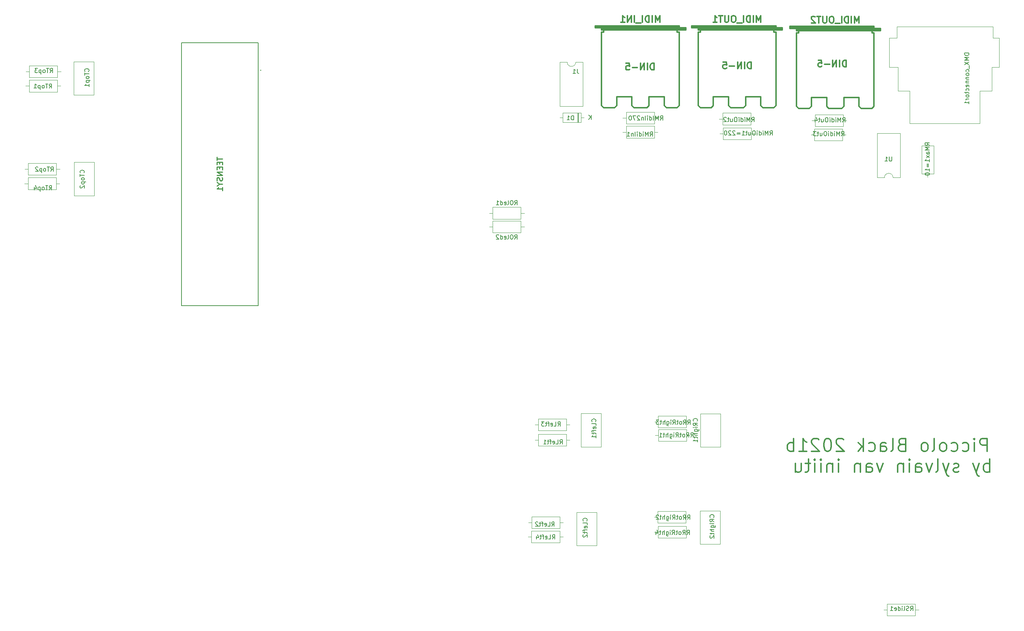
<source format=gbo>
%TF.GenerationSoftware,KiCad,Pcbnew,(5.1.9)-1*%
%TF.CreationDate,2021-06-28T23:03:33+02:00*%
%TF.ProjectId,PiccoloBlack2021_june9_v7avecMasse,50696363-6f6c-46f4-926c-61636b323032,rev?*%
%TF.SameCoordinates,Original*%
%TF.FileFunction,Legend,Bot*%
%TF.FilePolarity,Positive*%
%FSLAX46Y46*%
G04 Gerber Fmt 4.6, Leading zero omitted, Abs format (unit mm)*
G04 Created by KiCad (PCBNEW (5.1.9)-1) date 2021-06-28 23:03:33*
%MOMM*%
%LPD*%
G01*
G04 APERTURE LIST*
%ADD10C,0.300000*%
%ADD11C,0.120000*%
%ADD12C,0.304800*%
%ADD13C,0.200000*%
%ADD14C,0.150000*%
%ADD15C,0.254000*%
G04 APERTURE END LIST*
D10*
X285351828Y-137437942D02*
X285351828Y-134437942D01*
X284208971Y-134437942D01*
X283923257Y-134580800D01*
X283780400Y-134723657D01*
X283637542Y-135009371D01*
X283637542Y-135437942D01*
X283780400Y-135723657D01*
X283923257Y-135866514D01*
X284208971Y-136009371D01*
X285351828Y-136009371D01*
X282351828Y-137437942D02*
X282351828Y-135437942D01*
X282351828Y-134437942D02*
X282494685Y-134580800D01*
X282351828Y-134723657D01*
X282208971Y-134580800D01*
X282351828Y-134437942D01*
X282351828Y-134723657D01*
X279637542Y-137295085D02*
X279923257Y-137437942D01*
X280494685Y-137437942D01*
X280780400Y-137295085D01*
X280923257Y-137152228D01*
X281066114Y-136866514D01*
X281066114Y-136009371D01*
X280923257Y-135723657D01*
X280780400Y-135580800D01*
X280494685Y-135437942D01*
X279923257Y-135437942D01*
X279637542Y-135580800D01*
X277066114Y-137295085D02*
X277351828Y-137437942D01*
X277923257Y-137437942D01*
X278208971Y-137295085D01*
X278351828Y-137152228D01*
X278494685Y-136866514D01*
X278494685Y-136009371D01*
X278351828Y-135723657D01*
X278208971Y-135580800D01*
X277923257Y-135437942D01*
X277351828Y-135437942D01*
X277066114Y-135580800D01*
X275351828Y-137437942D02*
X275637542Y-137295085D01*
X275780400Y-137152228D01*
X275923257Y-136866514D01*
X275923257Y-136009371D01*
X275780400Y-135723657D01*
X275637542Y-135580800D01*
X275351828Y-135437942D01*
X274923257Y-135437942D01*
X274637542Y-135580800D01*
X274494685Y-135723657D01*
X274351828Y-136009371D01*
X274351828Y-136866514D01*
X274494685Y-137152228D01*
X274637542Y-137295085D01*
X274923257Y-137437942D01*
X275351828Y-137437942D01*
X272637542Y-137437942D02*
X272923257Y-137295085D01*
X273066114Y-137009371D01*
X273066114Y-134437942D01*
X271066114Y-137437942D02*
X271351828Y-137295085D01*
X271494685Y-137152228D01*
X271637542Y-136866514D01*
X271637542Y-136009371D01*
X271494685Y-135723657D01*
X271351828Y-135580800D01*
X271066114Y-135437942D01*
X270637542Y-135437942D01*
X270351828Y-135580800D01*
X270208971Y-135723657D01*
X270066114Y-136009371D01*
X270066114Y-136866514D01*
X270208971Y-137152228D01*
X270351828Y-137295085D01*
X270637542Y-137437942D01*
X271066114Y-137437942D01*
X265494685Y-135866514D02*
X265066114Y-136009371D01*
X264923257Y-136152228D01*
X264780399Y-136437942D01*
X264780399Y-136866514D01*
X264923257Y-137152228D01*
X265066114Y-137295085D01*
X265351828Y-137437942D01*
X266494685Y-137437942D01*
X266494685Y-134437942D01*
X265494685Y-134437942D01*
X265208971Y-134580800D01*
X265066114Y-134723657D01*
X264923257Y-135009371D01*
X264923257Y-135295085D01*
X265066114Y-135580800D01*
X265208971Y-135723657D01*
X265494685Y-135866514D01*
X266494685Y-135866514D01*
X263066114Y-137437942D02*
X263351828Y-137295085D01*
X263494685Y-137009371D01*
X263494685Y-134437942D01*
X260637542Y-137437942D02*
X260637542Y-135866514D01*
X260780399Y-135580800D01*
X261066114Y-135437942D01*
X261637542Y-135437942D01*
X261923257Y-135580800D01*
X260637542Y-137295085D02*
X260923257Y-137437942D01*
X261637542Y-137437942D01*
X261923257Y-137295085D01*
X262066114Y-137009371D01*
X262066114Y-136723657D01*
X261923257Y-136437942D01*
X261637542Y-136295085D01*
X260923257Y-136295085D01*
X260637542Y-136152228D01*
X257923257Y-137295085D02*
X258208971Y-137437942D01*
X258780400Y-137437942D01*
X259066114Y-137295085D01*
X259208971Y-137152228D01*
X259351828Y-136866514D01*
X259351828Y-136009371D01*
X259208971Y-135723657D01*
X259066114Y-135580800D01*
X258780400Y-135437942D01*
X258208971Y-135437942D01*
X257923257Y-135580800D01*
X256637542Y-137437942D02*
X256637542Y-134437942D01*
X256351828Y-136295085D02*
X255494685Y-137437942D01*
X255494685Y-135437942D02*
X256637542Y-136580800D01*
X252066114Y-134723657D02*
X251923257Y-134580800D01*
X251637542Y-134437942D01*
X250923257Y-134437942D01*
X250637542Y-134580800D01*
X250494685Y-134723657D01*
X250351828Y-135009371D01*
X250351828Y-135295085D01*
X250494685Y-135723657D01*
X252208971Y-137437942D01*
X250351828Y-137437942D01*
X248494685Y-134437942D02*
X248208971Y-134437942D01*
X247923257Y-134580800D01*
X247780400Y-134723657D01*
X247637542Y-135009371D01*
X247494685Y-135580800D01*
X247494685Y-136295085D01*
X247637542Y-136866514D01*
X247780400Y-137152228D01*
X247923257Y-137295085D01*
X248208971Y-137437942D01*
X248494685Y-137437942D01*
X248780400Y-137295085D01*
X248923257Y-137152228D01*
X249066114Y-136866514D01*
X249208971Y-136295085D01*
X249208971Y-135580800D01*
X249066114Y-135009371D01*
X248923257Y-134723657D01*
X248780400Y-134580800D01*
X248494685Y-134437942D01*
X246351828Y-134723657D02*
X246208971Y-134580800D01*
X245923257Y-134437942D01*
X245208971Y-134437942D01*
X244923257Y-134580800D01*
X244780400Y-134723657D01*
X244637542Y-135009371D01*
X244637542Y-135295085D01*
X244780400Y-135723657D01*
X246494685Y-137437942D01*
X244637542Y-137437942D01*
X241780400Y-137437942D02*
X243494685Y-137437942D01*
X242637542Y-137437942D02*
X242637542Y-134437942D01*
X242923257Y-134866514D01*
X243208971Y-135152228D01*
X243494685Y-135295085D01*
X240494685Y-137437942D02*
X240494685Y-134437942D01*
X240494685Y-135580800D02*
X240208971Y-135437942D01*
X239637542Y-135437942D01*
X239351828Y-135580800D01*
X239208971Y-135723657D01*
X239066114Y-136009371D01*
X239066114Y-136866514D01*
X239208971Y-137152228D01*
X239351828Y-137295085D01*
X239637542Y-137437942D01*
X240208971Y-137437942D01*
X240494685Y-137295085D01*
X285923257Y-142237942D02*
X285923257Y-139237942D01*
X285923257Y-140380800D02*
X285637542Y-140237942D01*
X285066114Y-140237942D01*
X284780400Y-140380800D01*
X284637542Y-140523657D01*
X284494685Y-140809371D01*
X284494685Y-141666514D01*
X284637542Y-141952228D01*
X284780400Y-142095085D01*
X285066114Y-142237942D01*
X285637542Y-142237942D01*
X285923257Y-142095085D01*
X283494685Y-140237942D02*
X282780400Y-142237942D01*
X282066114Y-140237942D02*
X282780400Y-142237942D01*
X283066114Y-142952228D01*
X283208971Y-143095085D01*
X283494685Y-143237942D01*
X278780400Y-142095085D02*
X278494685Y-142237942D01*
X277923257Y-142237942D01*
X277637542Y-142095085D01*
X277494685Y-141809371D01*
X277494685Y-141666514D01*
X277637542Y-141380800D01*
X277923257Y-141237942D01*
X278351828Y-141237942D01*
X278637542Y-141095085D01*
X278780400Y-140809371D01*
X278780400Y-140666514D01*
X278637542Y-140380800D01*
X278351828Y-140237942D01*
X277923257Y-140237942D01*
X277637542Y-140380800D01*
X276494685Y-140237942D02*
X275780400Y-142237942D01*
X275066114Y-140237942D02*
X275780400Y-142237942D01*
X276066114Y-142952228D01*
X276208971Y-143095085D01*
X276494685Y-143237942D01*
X273494685Y-142237942D02*
X273780400Y-142095085D01*
X273923257Y-141809371D01*
X273923257Y-139237942D01*
X272637542Y-140237942D02*
X271923257Y-142237942D01*
X271208971Y-140237942D01*
X268780400Y-142237942D02*
X268780400Y-140666514D01*
X268923257Y-140380800D01*
X269208971Y-140237942D01*
X269780400Y-140237942D01*
X270066114Y-140380800D01*
X268780400Y-142095085D02*
X269066114Y-142237942D01*
X269780400Y-142237942D01*
X270066114Y-142095085D01*
X270208971Y-141809371D01*
X270208971Y-141523657D01*
X270066114Y-141237942D01*
X269780400Y-141095085D01*
X269066114Y-141095085D01*
X268780400Y-140952228D01*
X267351828Y-142237942D02*
X267351828Y-140237942D01*
X267351828Y-139237942D02*
X267494685Y-139380800D01*
X267351828Y-139523657D01*
X267208971Y-139380800D01*
X267351828Y-139237942D01*
X267351828Y-139523657D01*
X265923257Y-140237942D02*
X265923257Y-142237942D01*
X265923257Y-140523657D02*
X265780400Y-140380800D01*
X265494685Y-140237942D01*
X265066114Y-140237942D01*
X264780400Y-140380800D01*
X264637542Y-140666514D01*
X264637542Y-142237942D01*
X261208971Y-140237942D02*
X260494685Y-142237942D01*
X259780400Y-140237942D01*
X257351828Y-142237942D02*
X257351828Y-140666514D01*
X257494685Y-140380800D01*
X257780400Y-140237942D01*
X258351828Y-140237942D01*
X258637542Y-140380800D01*
X257351828Y-142095085D02*
X257637542Y-142237942D01*
X258351828Y-142237942D01*
X258637542Y-142095085D01*
X258780400Y-141809371D01*
X258780400Y-141523657D01*
X258637542Y-141237942D01*
X258351828Y-141095085D01*
X257637542Y-141095085D01*
X257351828Y-140952228D01*
X255923257Y-140237942D02*
X255923257Y-142237942D01*
X255923257Y-140523657D02*
X255780400Y-140380800D01*
X255494685Y-140237942D01*
X255066114Y-140237942D01*
X254780400Y-140380800D01*
X254637542Y-140666514D01*
X254637542Y-142237942D01*
X250923257Y-142237942D02*
X250923257Y-140237942D01*
X250923257Y-139237942D02*
X251066114Y-139380800D01*
X250923257Y-139523657D01*
X250780400Y-139380800D01*
X250923257Y-139237942D01*
X250923257Y-139523657D01*
X249494685Y-140237942D02*
X249494685Y-142237942D01*
X249494685Y-140523657D02*
X249351828Y-140380800D01*
X249066114Y-140237942D01*
X248637542Y-140237942D01*
X248351828Y-140380800D01*
X248208971Y-140666514D01*
X248208971Y-142237942D01*
X246780400Y-142237942D02*
X246780400Y-140237942D01*
X246780400Y-139237942D02*
X246923257Y-139380800D01*
X246780400Y-139523657D01*
X246637542Y-139380800D01*
X246780400Y-139237942D01*
X246780400Y-139523657D01*
X245351828Y-142237942D02*
X245351828Y-140237942D01*
X245351828Y-139237942D02*
X245494685Y-139380800D01*
X245351828Y-139523657D01*
X245208971Y-139380800D01*
X245351828Y-139237942D01*
X245351828Y-139523657D01*
X244351828Y-140237942D02*
X243208971Y-140237942D01*
X243923257Y-139237942D02*
X243923257Y-141809371D01*
X243780400Y-142095085D01*
X243494685Y-142237942D01*
X243208971Y-142237942D01*
X240923257Y-140237942D02*
X240923257Y-142237942D01*
X242208971Y-140237942D02*
X242208971Y-141809371D01*
X242066114Y-142095085D01*
X241780400Y-142237942D01*
X241351828Y-142237942D01*
X241066114Y-142095085D01*
X240923257Y-141952228D01*
D11*
%TO.C,DMX_connector1*%
X264669200Y-48377600D02*
X264669200Y-53877600D01*
X267419200Y-53877600D02*
X264669200Y-53877600D01*
X267419200Y-53877600D02*
X267419200Y-61377600D01*
X286409200Y-53877600D02*
X283659200Y-53877600D01*
X283659200Y-61377600D02*
X267419200Y-61377600D01*
X286409200Y-48377600D02*
X286409200Y-53877600D01*
X283659200Y-53877600D02*
X283659200Y-61377600D01*
X286659200Y-38937600D02*
X264419200Y-38937600D01*
X288159200Y-41637600D02*
X286659200Y-41637600D01*
X264419200Y-41637600D02*
X262619200Y-41637600D01*
X264419200Y-41637600D02*
X264419200Y-38937600D01*
X286659200Y-41637600D02*
X286659200Y-38937600D01*
X262619200Y-48377600D02*
X264669200Y-48377600D01*
X286409200Y-48377600D02*
X288159200Y-48377600D01*
X288159200Y-41637600D02*
X288159200Y-48377600D01*
X262619200Y-41637600D02*
X262619200Y-48377600D01*
D12*
%TO.C,MIDI_OUT2*%
X260639560Y-39913560D02*
X260639560Y-39413180D01*
X239638840Y-38912800D02*
X239638840Y-39413180D01*
X241640360Y-40411400D02*
X241640360Y-39913560D01*
X258638040Y-39913560D02*
X258638040Y-40411400D01*
X241139980Y-40411400D02*
X241640360Y-40411400D01*
X259138420Y-40411400D02*
X258638040Y-40411400D01*
X241139980Y-39913560D02*
X260639560Y-39913560D01*
X241139980Y-39413180D02*
X241139980Y-39913560D01*
X239638840Y-39413180D02*
X241139980Y-39413180D01*
X259138420Y-38912800D02*
X239638840Y-38912800D01*
X259138420Y-39413180D02*
X259138420Y-38912800D01*
X260639560Y-39413180D02*
X259138420Y-39413180D01*
X252138180Y-57411620D02*
X252138180Y-55412640D01*
X251640340Y-57912000D02*
X252138180Y-57411620D01*
X248638060Y-57912000D02*
X251640340Y-57912000D01*
X248140220Y-57411620D02*
X248140220Y-55412640D01*
X248638060Y-57912000D02*
X248140220Y-57411620D01*
X255638300Y-55412640D02*
X252138180Y-55412640D01*
X255638300Y-57411620D02*
X255638300Y-55412640D01*
X256138680Y-57912000D02*
X255638300Y-57411620D01*
X256639060Y-57912000D02*
X256138680Y-57912000D01*
X258638040Y-57912000D02*
X256639060Y-57912000D01*
X259138420Y-57411620D02*
X258638040Y-57912000D01*
X259138420Y-57411620D02*
X259138420Y-40411400D01*
X244640100Y-55412640D02*
X248140220Y-55412640D01*
X244640100Y-57411620D02*
X244640100Y-55412640D01*
X244139720Y-57912000D02*
X244640100Y-57411620D01*
X241640360Y-57912000D02*
X244139720Y-57912000D01*
X241139980Y-57411620D02*
X241640360Y-57912000D01*
X241139980Y-57411620D02*
X241139980Y-40411400D01*
X239638840Y-39161720D02*
X259138420Y-39161720D01*
X259138420Y-39413180D02*
X241139980Y-39413180D01*
X241139980Y-39662100D02*
X260639560Y-39662100D01*
%TO.C,MIDI_OUT1*%
X237881160Y-39761160D02*
X237881160Y-39260780D01*
X216880440Y-38760400D02*
X216880440Y-39260780D01*
X218881960Y-40259000D02*
X218881960Y-39761160D01*
X235879640Y-39761160D02*
X235879640Y-40259000D01*
X218381580Y-40259000D02*
X218881960Y-40259000D01*
X236380020Y-40259000D02*
X235879640Y-40259000D01*
X218381580Y-39761160D02*
X237881160Y-39761160D01*
X218381580Y-39260780D02*
X218381580Y-39761160D01*
X216880440Y-39260780D02*
X218381580Y-39260780D01*
X236380020Y-38760400D02*
X216880440Y-38760400D01*
X236380020Y-39260780D02*
X236380020Y-38760400D01*
X237881160Y-39260780D02*
X236380020Y-39260780D01*
X229379780Y-57259220D02*
X229379780Y-55260240D01*
X228881940Y-57759600D02*
X229379780Y-57259220D01*
X225879660Y-57759600D02*
X228881940Y-57759600D01*
X225381820Y-57259220D02*
X225381820Y-55260240D01*
X225879660Y-57759600D02*
X225381820Y-57259220D01*
X232879900Y-55260240D02*
X229379780Y-55260240D01*
X232879900Y-57259220D02*
X232879900Y-55260240D01*
X233380280Y-57759600D02*
X232879900Y-57259220D01*
X233880660Y-57759600D02*
X233380280Y-57759600D01*
X235879640Y-57759600D02*
X233880660Y-57759600D01*
X236380020Y-57259220D02*
X235879640Y-57759600D01*
X236380020Y-57259220D02*
X236380020Y-40259000D01*
X221881700Y-55260240D02*
X225381820Y-55260240D01*
X221881700Y-57259220D02*
X221881700Y-55260240D01*
X221381320Y-57759600D02*
X221881700Y-57259220D01*
X218881960Y-57759600D02*
X221381320Y-57759600D01*
X218381580Y-57259220D02*
X218881960Y-57759600D01*
X218381580Y-57259220D02*
X218381580Y-40259000D01*
X216880440Y-39009320D02*
X236380020Y-39009320D01*
X236380020Y-39260780D02*
X218381580Y-39260780D01*
X218381580Y-39509700D02*
X237881160Y-39509700D01*
%TO.C,MIDI_IN1*%
X215478360Y-39761160D02*
X215478360Y-39260780D01*
X194477640Y-38760400D02*
X194477640Y-39260780D01*
X196479160Y-40259000D02*
X196479160Y-39761160D01*
X213476840Y-39761160D02*
X213476840Y-40259000D01*
X195978780Y-40259000D02*
X196479160Y-40259000D01*
X213977220Y-40259000D02*
X213476840Y-40259000D01*
X195978780Y-39761160D02*
X215478360Y-39761160D01*
X195978780Y-39260780D02*
X195978780Y-39761160D01*
X194477640Y-39260780D02*
X195978780Y-39260780D01*
X213977220Y-38760400D02*
X194477640Y-38760400D01*
X213977220Y-39260780D02*
X213977220Y-38760400D01*
X215478360Y-39260780D02*
X213977220Y-39260780D01*
X206976980Y-57259220D02*
X206976980Y-55260240D01*
X206479140Y-57759600D02*
X206976980Y-57259220D01*
X203476860Y-57759600D02*
X206479140Y-57759600D01*
X202979020Y-57259220D02*
X202979020Y-55260240D01*
X203476860Y-57759600D02*
X202979020Y-57259220D01*
X210477100Y-55260240D02*
X206976980Y-55260240D01*
X210477100Y-57259220D02*
X210477100Y-55260240D01*
X210977480Y-57759600D02*
X210477100Y-57259220D01*
X211477860Y-57759600D02*
X210977480Y-57759600D01*
X213476840Y-57759600D02*
X211477860Y-57759600D01*
X213977220Y-57259220D02*
X213476840Y-57759600D01*
X213977220Y-57259220D02*
X213977220Y-40259000D01*
X199478900Y-55260240D02*
X202979020Y-55260240D01*
X199478900Y-57259220D02*
X199478900Y-55260240D01*
X198978520Y-57759600D02*
X199478900Y-57259220D01*
X196479160Y-57759600D02*
X198978520Y-57759600D01*
X195978780Y-57259220D02*
X196479160Y-57759600D01*
X195978780Y-57259220D02*
X195978780Y-40259000D01*
X194477640Y-39009320D02*
X213977220Y-39009320D01*
X213977220Y-39260780D02*
X195978780Y-39260780D01*
X195978780Y-39509700D02*
X215478360Y-39509700D01*
D11*
%TO.C,J1*%
X189976000Y-47184000D02*
X191626000Y-47184000D01*
X191626000Y-47184000D02*
X191626000Y-57464000D01*
X191626000Y-57464000D02*
X186326000Y-57464000D01*
X186326000Y-57464000D02*
X186326000Y-47184000D01*
X186326000Y-47184000D02*
X187976000Y-47184000D01*
X187976000Y-47184000D02*
G75*
G03*
X189976000Y-47184000I1000000J0D01*
G01*
%TO.C,D1*%
X191197600Y-58925600D02*
X191197600Y-61165600D01*
X191197600Y-61165600D02*
X186957600Y-61165600D01*
X186957600Y-61165600D02*
X186957600Y-58925600D01*
X186957600Y-58925600D02*
X191197600Y-58925600D01*
X191847600Y-60045600D02*
X191197600Y-60045600D01*
X186307600Y-60045600D02*
X186957600Y-60045600D01*
X190477600Y-58925600D02*
X190477600Y-61165600D01*
X190357600Y-58925600D02*
X190357600Y-61165600D01*
X190597600Y-58925600D02*
X190597600Y-61165600D01*
%TO.C,U1*%
X265184400Y-73974000D02*
X263534400Y-73974000D01*
X265184400Y-63694000D02*
X265184400Y-73974000D01*
X259884400Y-63694000D02*
X265184400Y-63694000D01*
X259884400Y-73974000D02*
X259884400Y-63694000D01*
X261534400Y-73974000D02*
X259884400Y-73974000D01*
X263534400Y-73974000D02*
G75*
G03*
X261534400Y-73974000I-1000000J0D01*
G01*
%TO.C,RLeft1*%
X181286400Y-136193200D02*
X181286400Y-133453200D01*
X181286400Y-133453200D02*
X187826400Y-133453200D01*
X187826400Y-133453200D02*
X187826400Y-136193200D01*
X187826400Y-136193200D02*
X181286400Y-136193200D01*
X180516400Y-134823200D02*
X181286400Y-134823200D01*
X188596400Y-134823200D02*
X187826400Y-134823200D01*
%TO.C,RLeft2*%
X179762400Y-155344800D02*
X179762400Y-152604800D01*
X179762400Y-152604800D02*
X186302400Y-152604800D01*
X186302400Y-152604800D02*
X186302400Y-155344800D01*
X186302400Y-155344800D02*
X179762400Y-155344800D01*
X178992400Y-153974800D02*
X179762400Y-153974800D01*
X187072400Y-153974800D02*
X186302400Y-153974800D01*
%TO.C,RLeft3*%
X187826400Y-129897200D02*
X187826400Y-132637200D01*
X187826400Y-132637200D02*
X181286400Y-132637200D01*
X181286400Y-132637200D02*
X181286400Y-129897200D01*
X181286400Y-129897200D02*
X187826400Y-129897200D01*
X188596400Y-131267200D02*
X187826400Y-131267200D01*
X180516400Y-131267200D02*
X181286400Y-131267200D01*
%TO.C,RLeft4*%
X187021600Y-157276800D02*
X186251600Y-157276800D01*
X178941600Y-157276800D02*
X179711600Y-157276800D01*
X186251600Y-158646800D02*
X179711600Y-158646800D01*
X186251600Y-155906800D02*
X186251600Y-158646800D01*
X179711600Y-155906800D02*
X186251600Y-155906800D01*
X179711600Y-158646800D02*
X179711600Y-155906800D01*
%TO.C,RMidiIn1*%
X201657200Y-64768400D02*
X201657200Y-62028400D01*
X201657200Y-62028400D02*
X208197200Y-62028400D01*
X208197200Y-62028400D02*
X208197200Y-64768400D01*
X208197200Y-64768400D02*
X201657200Y-64768400D01*
X200887200Y-63398400D02*
X201657200Y-63398400D01*
X208967200Y-63398400D02*
X208197200Y-63398400D01*
%TO.C,RMIdiIn270*%
X208967200Y-60147200D02*
X208197200Y-60147200D01*
X200887200Y-60147200D02*
X201657200Y-60147200D01*
X208197200Y-61517200D02*
X201657200Y-61517200D01*
X208197200Y-58777200D02*
X208197200Y-61517200D01*
X201657200Y-58777200D02*
X208197200Y-58777200D01*
X201657200Y-61517200D02*
X201657200Y-58777200D01*
%TO.C,RMidiOut3*%
X252604400Y-64008000D02*
X251834400Y-64008000D01*
X244524400Y-64008000D02*
X245294400Y-64008000D01*
X251834400Y-65378000D02*
X245294400Y-65378000D01*
X251834400Y-62638000D02*
X251834400Y-65378000D01*
X245294400Y-62638000D02*
X251834400Y-62638000D01*
X245294400Y-65378000D02*
X245294400Y-62638000D01*
%TO.C,RMidiOut4*%
X251986800Y-59386800D02*
X251986800Y-62126800D01*
X251986800Y-62126800D02*
X245446800Y-62126800D01*
X245446800Y-62126800D02*
X245446800Y-59386800D01*
X245446800Y-59386800D02*
X251986800Y-59386800D01*
X252756800Y-60756800D02*
X251986800Y-60756800D01*
X244676800Y-60756800D02*
X245446800Y-60756800D01*
%TO.C,ROled1*%
X177260000Y-80824400D02*
X177260000Y-83564400D01*
X177260000Y-83564400D02*
X170720000Y-83564400D01*
X170720000Y-83564400D02*
X170720000Y-80824400D01*
X170720000Y-80824400D02*
X177260000Y-80824400D01*
X178030000Y-82194400D02*
X177260000Y-82194400D01*
X169950000Y-82194400D02*
X170720000Y-82194400D01*
%TO.C,ROled2*%
X178030000Y-85394800D02*
X177260000Y-85394800D01*
X169950000Y-85394800D02*
X170720000Y-85394800D01*
X177260000Y-86764800D02*
X170720000Y-86764800D01*
X177260000Y-84024800D02*
X177260000Y-86764800D01*
X170720000Y-84024800D02*
X177260000Y-84024800D01*
X170720000Y-86764800D02*
X170720000Y-84024800D01*
%TO.C,RRotRight1*%
X209124800Y-135075600D02*
X209124800Y-132335600D01*
X209124800Y-132335600D02*
X215664800Y-132335600D01*
X215664800Y-132335600D02*
X215664800Y-135075600D01*
X215664800Y-135075600D02*
X209124800Y-135075600D01*
X208354800Y-133705600D02*
X209124800Y-133705600D01*
X216434800Y-133705600D02*
X215664800Y-133705600D01*
%TO.C,RRotRight2*%
X216282400Y-152704800D02*
X215512400Y-152704800D01*
X208202400Y-152704800D02*
X208972400Y-152704800D01*
X215512400Y-154074800D02*
X208972400Y-154074800D01*
X215512400Y-151334800D02*
X215512400Y-154074800D01*
X208972400Y-151334800D02*
X215512400Y-151334800D01*
X208972400Y-154074800D02*
X208972400Y-151334800D01*
%TO.C,RRotRight3*%
X209074000Y-131926000D02*
X209074000Y-129186000D01*
X209074000Y-129186000D02*
X215614000Y-129186000D01*
X215614000Y-129186000D02*
X215614000Y-131926000D01*
X215614000Y-131926000D02*
X209074000Y-131926000D01*
X208304000Y-130556000D02*
X209074000Y-130556000D01*
X216384000Y-130556000D02*
X215614000Y-130556000D01*
%TO.C,RRotRight4*%
X216333200Y-156146500D02*
X215563200Y-156146500D01*
X208253200Y-156146500D02*
X209023200Y-156146500D01*
X215563200Y-157516500D02*
X209023200Y-157516500D01*
X215563200Y-154776500D02*
X215563200Y-157516500D01*
X209023200Y-154776500D02*
X215563200Y-154776500D01*
X209023200Y-157516500D02*
X209023200Y-154776500D01*
%TO.C,RSlide1*%
X268700000Y-172810500D02*
X268700000Y-175550500D01*
X268700000Y-175550500D02*
X262160000Y-175550500D01*
X262160000Y-175550500D02*
X262160000Y-172810500D01*
X262160000Y-172810500D02*
X268700000Y-172810500D01*
X269470000Y-174180500D02*
X268700000Y-174180500D01*
X261390000Y-174180500D02*
X262160000Y-174180500D01*
%TO.C,RTop1*%
X70537200Y-52717700D02*
X69767200Y-52717700D01*
X62457200Y-52717700D02*
X63227200Y-52717700D01*
X69767200Y-54087700D02*
X63227200Y-54087700D01*
X69767200Y-51347700D02*
X69767200Y-54087700D01*
X63227200Y-51347700D02*
X69767200Y-51347700D01*
X63227200Y-54087700D02*
X63227200Y-51347700D01*
%TO.C,RTop2*%
X70334000Y-71983600D02*
X69564000Y-71983600D01*
X62254000Y-71983600D02*
X63024000Y-71983600D01*
X69564000Y-73353600D02*
X63024000Y-73353600D01*
X69564000Y-70613600D02*
X69564000Y-73353600D01*
X63024000Y-70613600D02*
X69564000Y-70613600D01*
X63024000Y-73353600D02*
X63024000Y-70613600D01*
%TO.C,RTop3*%
X62508000Y-49377600D02*
X63278000Y-49377600D01*
X70588000Y-49377600D02*
X69818000Y-49377600D01*
X63278000Y-48007600D02*
X69818000Y-48007600D01*
X63278000Y-50747600D02*
X63278000Y-48007600D01*
X69818000Y-50747600D02*
X63278000Y-50747600D01*
X69818000Y-48007600D02*
X69818000Y-50747600D01*
%TO.C,RTop4*%
X62973200Y-76706400D02*
X62973200Y-73966400D01*
X62973200Y-73966400D02*
X69513200Y-73966400D01*
X69513200Y-73966400D02*
X69513200Y-76706400D01*
X69513200Y-76706400D02*
X62973200Y-76706400D01*
X62203200Y-75336400D02*
X62973200Y-75336400D01*
X70283200Y-75336400D02*
X69513200Y-75336400D01*
D13*
%TO.C,TEENSY1*%
X116962000Y-49022000D02*
X116962000Y-49022000D01*
X116962000Y-49122000D02*
X116962000Y-49122000D01*
X116962000Y-49022000D02*
X116962000Y-49022000D01*
X98552000Y-42672000D02*
X116332000Y-42672000D01*
X98552000Y-103632000D02*
X98552000Y-42672000D01*
X116332000Y-103632000D02*
X98552000Y-103632000D01*
X116332000Y-42672000D02*
X116332000Y-103632000D01*
X116962000Y-49122000D02*
G75*
G03*
X116962000Y-49022000I0J50000D01*
G01*
X116962000Y-49022000D02*
G75*
G03*
X116962000Y-49122000I0J-50000D01*
G01*
X116962000Y-49122000D02*
G75*
G03*
X116962000Y-49022000I0J50000D01*
G01*
D11*
%TO.C,CLeft1*%
X195818200Y-136396400D02*
X195818200Y-128656400D01*
X191176200Y-136396400D02*
X191176200Y-128656400D01*
X195818200Y-136396400D02*
X191176200Y-136396400D01*
X195818200Y-128656400D02*
X191176200Y-128656400D01*
%TO.C,CLeft2*%
X190160200Y-159278000D02*
X194802200Y-159278000D01*
X190160200Y-151538000D02*
X194802200Y-151538000D01*
X194802200Y-151538000D02*
X194802200Y-159278000D01*
X190160200Y-151538000D02*
X190160200Y-159278000D01*
%TO.C,CRight1*%
X218862200Y-128678000D02*
X218862200Y-136418000D01*
X223504200Y-128678000D02*
X223504200Y-136418000D01*
X218862200Y-128678000D02*
X223504200Y-128678000D01*
X218862200Y-136418000D02*
X223504200Y-136418000D01*
%TO.C,CRight2*%
X223453400Y-151211600D02*
X218811400Y-151211600D01*
X223453400Y-158951600D02*
X218811400Y-158951600D01*
X218811400Y-158951600D02*
X218811400Y-151211600D01*
X223453400Y-158951600D02*
X223453400Y-151211600D01*
%TO.C,CTop1*%
X78216200Y-47071600D02*
X73574200Y-47071600D01*
X78216200Y-54811600D02*
X73574200Y-54811600D01*
X73574200Y-54811600D02*
X73574200Y-47071600D01*
X78216200Y-54811600D02*
X78216200Y-47071600D01*
%TO.C,CTop2*%
X73675800Y-70410400D02*
X73675800Y-78150400D01*
X78317800Y-70410400D02*
X78317800Y-78150400D01*
X73675800Y-70410400D02*
X78317800Y-70410400D01*
X73675800Y-78150400D02*
X78317800Y-78150400D01*
%TO.C,RMax1=10*%
X272946800Y-73120000D02*
X270206800Y-73120000D01*
X270206800Y-73120000D02*
X270206800Y-66580000D01*
X270206800Y-66580000D02*
X272946800Y-66580000D01*
X272946800Y-66580000D02*
X272946800Y-73120000D01*
X271576800Y-73890000D02*
X271576800Y-73120000D01*
X271576800Y-65810000D02*
X271576800Y-66580000D01*
%TO.C,RMidiOut1=220*%
X224110800Y-65124000D02*
X224110800Y-62384000D01*
X224110800Y-62384000D02*
X230650800Y-62384000D01*
X230650800Y-62384000D02*
X230650800Y-65124000D01*
X230650800Y-65124000D02*
X224110800Y-65124000D01*
X223340800Y-63754000D02*
X224110800Y-63754000D01*
X231420800Y-63754000D02*
X230650800Y-63754000D01*
%TO.C,RMidiOut2*%
X224009200Y-61720400D02*
X224009200Y-58980400D01*
X224009200Y-58980400D02*
X230549200Y-58980400D01*
X230549200Y-58980400D02*
X230549200Y-61720400D01*
X230549200Y-61720400D02*
X224009200Y-61720400D01*
X223239200Y-60350400D02*
X224009200Y-60350400D01*
X231319200Y-60350400D02*
X230549200Y-60350400D01*
%TO.C,DMX_connector1*%
D14*
X281122380Y-45095257D02*
X280122380Y-45095257D01*
X280122380Y-45333352D01*
X280170000Y-45476209D01*
X280265238Y-45571447D01*
X280360476Y-45619066D01*
X280550952Y-45666685D01*
X280693809Y-45666685D01*
X280884285Y-45619066D01*
X280979523Y-45571447D01*
X281074761Y-45476209D01*
X281122380Y-45333352D01*
X281122380Y-45095257D01*
X281122380Y-46095257D02*
X280122380Y-46095257D01*
X280836666Y-46428590D01*
X280122380Y-46761923D01*
X281122380Y-46761923D01*
X280122380Y-47142876D02*
X281122380Y-47809542D01*
X280122380Y-47809542D02*
X281122380Y-47142876D01*
X281217619Y-47952400D02*
X281217619Y-48714304D01*
X281074761Y-49380971D02*
X281122380Y-49285733D01*
X281122380Y-49095257D01*
X281074761Y-49000019D01*
X281027142Y-48952400D01*
X280931904Y-48904780D01*
X280646190Y-48904780D01*
X280550952Y-48952400D01*
X280503333Y-49000019D01*
X280455714Y-49095257D01*
X280455714Y-49285733D01*
X280503333Y-49380971D01*
X281122380Y-49952400D02*
X281074761Y-49857161D01*
X281027142Y-49809542D01*
X280931904Y-49761923D01*
X280646190Y-49761923D01*
X280550952Y-49809542D01*
X280503333Y-49857161D01*
X280455714Y-49952400D01*
X280455714Y-50095257D01*
X280503333Y-50190495D01*
X280550952Y-50238114D01*
X280646190Y-50285733D01*
X280931904Y-50285733D01*
X281027142Y-50238114D01*
X281074761Y-50190495D01*
X281122380Y-50095257D01*
X281122380Y-49952400D01*
X280455714Y-50714304D02*
X281122380Y-50714304D01*
X280550952Y-50714304D02*
X280503333Y-50761923D01*
X280455714Y-50857161D01*
X280455714Y-51000019D01*
X280503333Y-51095257D01*
X280598571Y-51142876D01*
X281122380Y-51142876D01*
X280455714Y-51619066D02*
X281122380Y-51619066D01*
X280550952Y-51619066D02*
X280503333Y-51666685D01*
X280455714Y-51761923D01*
X280455714Y-51904780D01*
X280503333Y-52000019D01*
X280598571Y-52047638D01*
X281122380Y-52047638D01*
X281074761Y-52904780D02*
X281122380Y-52809542D01*
X281122380Y-52619066D01*
X281074761Y-52523828D01*
X280979523Y-52476209D01*
X280598571Y-52476209D01*
X280503333Y-52523828D01*
X280455714Y-52619066D01*
X280455714Y-52809542D01*
X280503333Y-52904780D01*
X280598571Y-52952400D01*
X280693809Y-52952400D01*
X280789047Y-52476209D01*
X281074761Y-53809542D02*
X281122380Y-53714304D01*
X281122380Y-53523828D01*
X281074761Y-53428590D01*
X281027142Y-53380971D01*
X280931904Y-53333352D01*
X280646190Y-53333352D01*
X280550952Y-53380971D01*
X280503333Y-53428590D01*
X280455714Y-53523828D01*
X280455714Y-53714304D01*
X280503333Y-53809542D01*
X280455714Y-54095257D02*
X280455714Y-54476209D01*
X280122380Y-54238114D02*
X280979523Y-54238114D01*
X281074761Y-54285733D01*
X281122380Y-54380971D01*
X281122380Y-54476209D01*
X281122380Y-54952400D02*
X281074761Y-54857161D01*
X281027142Y-54809542D01*
X280931904Y-54761923D01*
X280646190Y-54761923D01*
X280550952Y-54809542D01*
X280503333Y-54857161D01*
X280455714Y-54952400D01*
X280455714Y-55095257D01*
X280503333Y-55190495D01*
X280550952Y-55238114D01*
X280646190Y-55285733D01*
X280931904Y-55285733D01*
X281027142Y-55238114D01*
X281074761Y-55190495D01*
X281122380Y-55095257D01*
X281122380Y-54952400D01*
X281122380Y-55714304D02*
X280455714Y-55714304D01*
X280646190Y-55714304D02*
X280550952Y-55761923D01*
X280503333Y-55809542D01*
X280455714Y-55904780D01*
X280455714Y-56000019D01*
X281122380Y-56857161D02*
X281122380Y-56285733D01*
X281122380Y-56571447D02*
X280122380Y-56571447D01*
X280265238Y-56476209D01*
X280360476Y-56380971D01*
X280408095Y-56285733D01*
%TO.C,MIDI_OUT2*%
D12*
X255618342Y-38101088D02*
X255618342Y-36577088D01*
X255110342Y-37665660D01*
X254602342Y-36577088D01*
X254602342Y-38101088D01*
X253876628Y-38101088D02*
X253876628Y-36577088D01*
X253150914Y-38101088D02*
X253150914Y-36577088D01*
X252788057Y-36577088D01*
X252570342Y-36649660D01*
X252425200Y-36794802D01*
X252352628Y-36939945D01*
X252280057Y-37230231D01*
X252280057Y-37447945D01*
X252352628Y-37738231D01*
X252425200Y-37883374D01*
X252570342Y-38028517D01*
X252788057Y-38101088D01*
X253150914Y-38101088D01*
X251626914Y-38101088D02*
X251626914Y-36577088D01*
X251264057Y-38246231D02*
X250102914Y-38246231D01*
X249449771Y-36577088D02*
X249159485Y-36577088D01*
X249014342Y-36649660D01*
X248869200Y-36794802D01*
X248796628Y-37085088D01*
X248796628Y-37593088D01*
X248869200Y-37883374D01*
X249014342Y-38028517D01*
X249159485Y-38101088D01*
X249449771Y-38101088D01*
X249594914Y-38028517D01*
X249740057Y-37883374D01*
X249812628Y-37593088D01*
X249812628Y-37085088D01*
X249740057Y-36794802D01*
X249594914Y-36649660D01*
X249449771Y-36577088D01*
X248143485Y-36577088D02*
X248143485Y-37810802D01*
X248070914Y-37955945D01*
X247998342Y-38028517D01*
X247853200Y-38101088D01*
X247562914Y-38101088D01*
X247417771Y-38028517D01*
X247345200Y-37955945D01*
X247272628Y-37810802D01*
X247272628Y-36577088D01*
X246764628Y-36577088D02*
X245893771Y-36577088D01*
X246329200Y-38101088D02*
X246329200Y-36577088D01*
X245458342Y-36722231D02*
X245385771Y-36649660D01*
X245240628Y-36577088D01*
X244877771Y-36577088D01*
X244732628Y-36649660D01*
X244660057Y-36722231D01*
X244587485Y-36867374D01*
X244587485Y-37012517D01*
X244660057Y-37230231D01*
X245530914Y-38101088D01*
X244587485Y-38101088D01*
X252657428Y-48289028D02*
X252657428Y-46765028D01*
X252294571Y-46765028D01*
X252076857Y-46837600D01*
X251931714Y-46982742D01*
X251859142Y-47127885D01*
X251786571Y-47418171D01*
X251786571Y-47635885D01*
X251859142Y-47926171D01*
X251931714Y-48071314D01*
X252076857Y-48216457D01*
X252294571Y-48289028D01*
X252657428Y-48289028D01*
X251133428Y-48289028D02*
X251133428Y-46765028D01*
X250407714Y-48289028D02*
X250407714Y-46765028D01*
X249536857Y-48289028D01*
X249536857Y-46765028D01*
X248811142Y-47708457D02*
X247650000Y-47708457D01*
X246198571Y-46765028D02*
X246924285Y-46765028D01*
X246996857Y-47490742D01*
X246924285Y-47418171D01*
X246779142Y-47345600D01*
X246416285Y-47345600D01*
X246271142Y-47418171D01*
X246198571Y-47490742D01*
X246126000Y-47635885D01*
X246126000Y-47998742D01*
X246198571Y-48143885D01*
X246271142Y-48216457D01*
X246416285Y-48289028D01*
X246779142Y-48289028D01*
X246924285Y-48216457D01*
X246996857Y-48143885D01*
%TO.C,MIDI_OUT1*%
X232859942Y-37948688D02*
X232859942Y-36424688D01*
X232351942Y-37513260D01*
X231843942Y-36424688D01*
X231843942Y-37948688D01*
X231118228Y-37948688D02*
X231118228Y-36424688D01*
X230392514Y-37948688D02*
X230392514Y-36424688D01*
X230029657Y-36424688D01*
X229811942Y-36497260D01*
X229666800Y-36642402D01*
X229594228Y-36787545D01*
X229521657Y-37077831D01*
X229521657Y-37295545D01*
X229594228Y-37585831D01*
X229666800Y-37730974D01*
X229811942Y-37876117D01*
X230029657Y-37948688D01*
X230392514Y-37948688D01*
X228868514Y-37948688D02*
X228868514Y-36424688D01*
X228505657Y-38093831D02*
X227344514Y-38093831D01*
X226691371Y-36424688D02*
X226401085Y-36424688D01*
X226255942Y-36497260D01*
X226110800Y-36642402D01*
X226038228Y-36932688D01*
X226038228Y-37440688D01*
X226110800Y-37730974D01*
X226255942Y-37876117D01*
X226401085Y-37948688D01*
X226691371Y-37948688D01*
X226836514Y-37876117D01*
X226981657Y-37730974D01*
X227054228Y-37440688D01*
X227054228Y-36932688D01*
X226981657Y-36642402D01*
X226836514Y-36497260D01*
X226691371Y-36424688D01*
X225385085Y-36424688D02*
X225385085Y-37658402D01*
X225312514Y-37803545D01*
X225239942Y-37876117D01*
X225094800Y-37948688D01*
X224804514Y-37948688D01*
X224659371Y-37876117D01*
X224586800Y-37803545D01*
X224514228Y-37658402D01*
X224514228Y-36424688D01*
X224006228Y-36424688D02*
X223135371Y-36424688D01*
X223570800Y-37948688D02*
X223570800Y-36424688D01*
X221829085Y-37948688D02*
X222699942Y-37948688D01*
X222264514Y-37948688D02*
X222264514Y-36424688D01*
X222409657Y-36642402D01*
X222554800Y-36787545D01*
X222699942Y-36860117D01*
X230610228Y-48695428D02*
X230610228Y-47171428D01*
X230247371Y-47171428D01*
X230029657Y-47244000D01*
X229884514Y-47389142D01*
X229811942Y-47534285D01*
X229739371Y-47824571D01*
X229739371Y-48042285D01*
X229811942Y-48332571D01*
X229884514Y-48477714D01*
X230029657Y-48622857D01*
X230247371Y-48695428D01*
X230610228Y-48695428D01*
X229086228Y-48695428D02*
X229086228Y-47171428D01*
X228360514Y-48695428D02*
X228360514Y-47171428D01*
X227489657Y-48695428D01*
X227489657Y-47171428D01*
X226763942Y-48114857D02*
X225602800Y-48114857D01*
X224151371Y-47171428D02*
X224877085Y-47171428D01*
X224949657Y-47897142D01*
X224877085Y-47824571D01*
X224731942Y-47752000D01*
X224369085Y-47752000D01*
X224223942Y-47824571D01*
X224151371Y-47897142D01*
X224078800Y-48042285D01*
X224078800Y-48405142D01*
X224151371Y-48550285D01*
X224223942Y-48622857D01*
X224369085Y-48695428D01*
X224731942Y-48695428D01*
X224877085Y-48622857D01*
X224949657Y-48550285D01*
%TO.C,MIDI_IN1*%
X209441142Y-37948688D02*
X209441142Y-36424688D01*
X208933142Y-37513260D01*
X208425142Y-36424688D01*
X208425142Y-37948688D01*
X207699428Y-37948688D02*
X207699428Y-36424688D01*
X206973714Y-37948688D02*
X206973714Y-36424688D01*
X206610857Y-36424688D01*
X206393142Y-36497260D01*
X206248000Y-36642402D01*
X206175428Y-36787545D01*
X206102857Y-37077831D01*
X206102857Y-37295545D01*
X206175428Y-37585831D01*
X206248000Y-37730974D01*
X206393142Y-37876117D01*
X206610857Y-37948688D01*
X206973714Y-37948688D01*
X205449714Y-37948688D02*
X205449714Y-36424688D01*
X205086857Y-38093831D02*
X203925714Y-38093831D01*
X203562857Y-37948688D02*
X203562857Y-36424688D01*
X202837142Y-37948688D02*
X202837142Y-36424688D01*
X201966285Y-37948688D01*
X201966285Y-36424688D01*
X200442285Y-37948688D02*
X201313142Y-37948688D01*
X200877714Y-37948688D02*
X200877714Y-36424688D01*
X201022857Y-36642402D01*
X201168000Y-36787545D01*
X201313142Y-36860117D01*
X208105828Y-49000228D02*
X208105828Y-47476228D01*
X207742971Y-47476228D01*
X207525257Y-47548800D01*
X207380114Y-47693942D01*
X207307542Y-47839085D01*
X207234971Y-48129371D01*
X207234971Y-48347085D01*
X207307542Y-48637371D01*
X207380114Y-48782514D01*
X207525257Y-48927657D01*
X207742971Y-49000228D01*
X208105828Y-49000228D01*
X206581828Y-49000228D02*
X206581828Y-47476228D01*
X205856114Y-49000228D02*
X205856114Y-47476228D01*
X204985257Y-49000228D01*
X204985257Y-47476228D01*
X204259542Y-48419657D02*
X203098400Y-48419657D01*
X201646971Y-47476228D02*
X202372685Y-47476228D01*
X202445257Y-48201942D01*
X202372685Y-48129371D01*
X202227542Y-48056800D01*
X201864685Y-48056800D01*
X201719542Y-48129371D01*
X201646971Y-48201942D01*
X201574400Y-48347085D01*
X201574400Y-48709942D01*
X201646971Y-48855085D01*
X201719542Y-48927657D01*
X201864685Y-49000228D01*
X202227542Y-49000228D01*
X202372685Y-48927657D01*
X202445257Y-48855085D01*
%TO.C,J1*%
D14*
X190325333Y-48779180D02*
X190325333Y-49493466D01*
X190372952Y-49636323D01*
X190468190Y-49731561D01*
X190611047Y-49779180D01*
X190706285Y-49779180D01*
X189325333Y-49779180D02*
X189896761Y-49779180D01*
X189611047Y-49779180D02*
X189611047Y-48779180D01*
X189706285Y-48922038D01*
X189801523Y-49017276D01*
X189896761Y-49064895D01*
%TO.C,D1*%
X189460095Y-60599580D02*
X189460095Y-59599580D01*
X189222000Y-59599580D01*
X189079142Y-59647200D01*
X188983904Y-59742438D01*
X188936285Y-59837676D01*
X188888666Y-60028152D01*
X188888666Y-60171009D01*
X188936285Y-60361485D01*
X188983904Y-60456723D01*
X189079142Y-60551961D01*
X189222000Y-60599580D01*
X189460095Y-60599580D01*
X187936285Y-60599580D02*
X188507714Y-60599580D01*
X188222000Y-60599580D02*
X188222000Y-59599580D01*
X188317238Y-59742438D01*
X188412476Y-59837676D01*
X188507714Y-59885295D01*
X193555904Y-60497980D02*
X193555904Y-59497980D01*
X192984476Y-60497980D02*
X193413047Y-59926552D01*
X192984476Y-59497980D02*
X193555904Y-60069409D01*
%TO.C,U1*%
X263245504Y-69149980D02*
X263245504Y-69959504D01*
X263197885Y-70054742D01*
X263150266Y-70102361D01*
X263055028Y-70149980D01*
X262864552Y-70149980D01*
X262769314Y-70102361D01*
X262721695Y-70054742D01*
X262674076Y-69959504D01*
X262674076Y-69149980D01*
X261674076Y-70149980D02*
X262245504Y-70149980D01*
X261959790Y-70149980D02*
X261959790Y-69149980D01*
X262055028Y-69292838D01*
X262150266Y-69388076D01*
X262245504Y-69435695D01*
%TO.C,RLeft1*%
X186280228Y-135732780D02*
X186613561Y-135256590D01*
X186851657Y-135732780D02*
X186851657Y-134732780D01*
X186470704Y-134732780D01*
X186375466Y-134780400D01*
X186327847Y-134828019D01*
X186280228Y-134923257D01*
X186280228Y-135066114D01*
X186327847Y-135161352D01*
X186375466Y-135208971D01*
X186470704Y-135256590D01*
X186851657Y-135256590D01*
X185375466Y-135732780D02*
X185851657Y-135732780D01*
X185851657Y-134732780D01*
X184661180Y-135685161D02*
X184756419Y-135732780D01*
X184946895Y-135732780D01*
X185042133Y-135685161D01*
X185089752Y-135589923D01*
X185089752Y-135208971D01*
X185042133Y-135113733D01*
X184946895Y-135066114D01*
X184756419Y-135066114D01*
X184661180Y-135113733D01*
X184613561Y-135208971D01*
X184613561Y-135304209D01*
X185089752Y-135399447D01*
X184327847Y-135066114D02*
X183946895Y-135066114D01*
X184184990Y-135732780D02*
X184184990Y-134875638D01*
X184137371Y-134780400D01*
X184042133Y-134732780D01*
X183946895Y-134732780D01*
X183756419Y-135066114D02*
X183375466Y-135066114D01*
X183613561Y-134732780D02*
X183613561Y-135589923D01*
X183565942Y-135685161D01*
X183470704Y-135732780D01*
X183375466Y-135732780D01*
X182518323Y-135732780D02*
X183089752Y-135732780D01*
X182804038Y-135732780D02*
X182804038Y-134732780D01*
X182899276Y-134875638D01*
X182994514Y-134970876D01*
X183089752Y-135018495D01*
%TO.C,RLeft2*%
X184400628Y-154782780D02*
X184733961Y-154306590D01*
X184972057Y-154782780D02*
X184972057Y-153782780D01*
X184591104Y-153782780D01*
X184495866Y-153830400D01*
X184448247Y-153878019D01*
X184400628Y-153973257D01*
X184400628Y-154116114D01*
X184448247Y-154211352D01*
X184495866Y-154258971D01*
X184591104Y-154306590D01*
X184972057Y-154306590D01*
X183495866Y-154782780D02*
X183972057Y-154782780D01*
X183972057Y-153782780D01*
X182781580Y-154735161D02*
X182876819Y-154782780D01*
X183067295Y-154782780D01*
X183162533Y-154735161D01*
X183210152Y-154639923D01*
X183210152Y-154258971D01*
X183162533Y-154163733D01*
X183067295Y-154116114D01*
X182876819Y-154116114D01*
X182781580Y-154163733D01*
X182733961Y-154258971D01*
X182733961Y-154354209D01*
X183210152Y-154449447D01*
X182448247Y-154116114D02*
X182067295Y-154116114D01*
X182305390Y-154782780D02*
X182305390Y-153925638D01*
X182257771Y-153830400D01*
X182162533Y-153782780D01*
X182067295Y-153782780D01*
X181876819Y-154116114D02*
X181495866Y-154116114D01*
X181733961Y-153782780D02*
X181733961Y-154639923D01*
X181686342Y-154735161D01*
X181591104Y-154782780D01*
X181495866Y-154782780D01*
X181210152Y-153878019D02*
X181162533Y-153830400D01*
X181067295Y-153782780D01*
X180829200Y-153782780D01*
X180733961Y-153830400D01*
X180686342Y-153878019D01*
X180638723Y-153973257D01*
X180638723Y-154068495D01*
X180686342Y-154211352D01*
X181257771Y-154782780D01*
X180638723Y-154782780D01*
%TO.C,RLeft3*%
X185823028Y-131567180D02*
X186156361Y-131090990D01*
X186394457Y-131567180D02*
X186394457Y-130567180D01*
X186013504Y-130567180D01*
X185918266Y-130614800D01*
X185870647Y-130662419D01*
X185823028Y-130757657D01*
X185823028Y-130900514D01*
X185870647Y-130995752D01*
X185918266Y-131043371D01*
X186013504Y-131090990D01*
X186394457Y-131090990D01*
X184918266Y-131567180D02*
X185394457Y-131567180D01*
X185394457Y-130567180D01*
X184203980Y-131519561D02*
X184299219Y-131567180D01*
X184489695Y-131567180D01*
X184584933Y-131519561D01*
X184632552Y-131424323D01*
X184632552Y-131043371D01*
X184584933Y-130948133D01*
X184489695Y-130900514D01*
X184299219Y-130900514D01*
X184203980Y-130948133D01*
X184156361Y-131043371D01*
X184156361Y-131138609D01*
X184632552Y-131233847D01*
X183870647Y-130900514D02*
X183489695Y-130900514D01*
X183727790Y-131567180D02*
X183727790Y-130710038D01*
X183680171Y-130614800D01*
X183584933Y-130567180D01*
X183489695Y-130567180D01*
X183299219Y-130900514D02*
X182918266Y-130900514D01*
X183156361Y-130567180D02*
X183156361Y-131424323D01*
X183108742Y-131519561D01*
X183013504Y-131567180D01*
X182918266Y-131567180D01*
X182680171Y-130567180D02*
X182061123Y-130567180D01*
X182394457Y-130948133D01*
X182251600Y-130948133D01*
X182156361Y-130995752D01*
X182108742Y-131043371D01*
X182061123Y-131138609D01*
X182061123Y-131376704D01*
X182108742Y-131471942D01*
X182156361Y-131519561D01*
X182251600Y-131567180D01*
X182537314Y-131567180D01*
X182632552Y-131519561D01*
X182680171Y-131471942D01*
%TO.C,RLeft4*%
X184553028Y-157779980D02*
X184886361Y-157303790D01*
X185124457Y-157779980D02*
X185124457Y-156779980D01*
X184743504Y-156779980D01*
X184648266Y-156827600D01*
X184600647Y-156875219D01*
X184553028Y-156970457D01*
X184553028Y-157113314D01*
X184600647Y-157208552D01*
X184648266Y-157256171D01*
X184743504Y-157303790D01*
X185124457Y-157303790D01*
X183648266Y-157779980D02*
X184124457Y-157779980D01*
X184124457Y-156779980D01*
X182933980Y-157732361D02*
X183029219Y-157779980D01*
X183219695Y-157779980D01*
X183314933Y-157732361D01*
X183362552Y-157637123D01*
X183362552Y-157256171D01*
X183314933Y-157160933D01*
X183219695Y-157113314D01*
X183029219Y-157113314D01*
X182933980Y-157160933D01*
X182886361Y-157256171D01*
X182886361Y-157351409D01*
X183362552Y-157446647D01*
X182600647Y-157113314D02*
X182219695Y-157113314D01*
X182457790Y-157779980D02*
X182457790Y-156922838D01*
X182410171Y-156827600D01*
X182314933Y-156779980D01*
X182219695Y-156779980D01*
X182029219Y-157113314D02*
X181648266Y-157113314D01*
X181886361Y-156779980D02*
X181886361Y-157637123D01*
X181838742Y-157732361D01*
X181743504Y-157779980D01*
X181648266Y-157779980D01*
X180886361Y-157113314D02*
X180886361Y-157779980D01*
X181124457Y-156732361D02*
X181362552Y-157446647D01*
X180743504Y-157446647D01*
%TO.C,RMidiIn1*%
X207182742Y-64358780D02*
X207516076Y-63882590D01*
X207754171Y-64358780D02*
X207754171Y-63358780D01*
X207373219Y-63358780D01*
X207277980Y-63406400D01*
X207230361Y-63454019D01*
X207182742Y-63549257D01*
X207182742Y-63692114D01*
X207230361Y-63787352D01*
X207277980Y-63834971D01*
X207373219Y-63882590D01*
X207754171Y-63882590D01*
X206754171Y-64358780D02*
X206754171Y-63358780D01*
X206420838Y-64073066D01*
X206087504Y-63358780D01*
X206087504Y-64358780D01*
X205611314Y-64358780D02*
X205611314Y-63692114D01*
X205611314Y-63358780D02*
X205658933Y-63406400D01*
X205611314Y-63454019D01*
X205563695Y-63406400D01*
X205611314Y-63358780D01*
X205611314Y-63454019D01*
X204706552Y-64358780D02*
X204706552Y-63358780D01*
X204706552Y-64311161D02*
X204801790Y-64358780D01*
X204992266Y-64358780D01*
X205087504Y-64311161D01*
X205135123Y-64263542D01*
X205182742Y-64168304D01*
X205182742Y-63882590D01*
X205135123Y-63787352D01*
X205087504Y-63739733D01*
X204992266Y-63692114D01*
X204801790Y-63692114D01*
X204706552Y-63739733D01*
X204230361Y-64358780D02*
X204230361Y-63692114D01*
X204230361Y-63358780D02*
X204277980Y-63406400D01*
X204230361Y-63454019D01*
X204182742Y-63406400D01*
X204230361Y-63358780D01*
X204230361Y-63454019D01*
X203754171Y-64358780D02*
X203754171Y-63358780D01*
X203277980Y-63692114D02*
X203277980Y-64358780D01*
X203277980Y-63787352D02*
X203230361Y-63739733D01*
X203135123Y-63692114D01*
X202992266Y-63692114D01*
X202897028Y-63739733D01*
X202849409Y-63834971D01*
X202849409Y-64358780D01*
X201849409Y-64358780D02*
X202420838Y-64358780D01*
X202135123Y-64358780D02*
X202135123Y-63358780D01*
X202230361Y-63501638D01*
X202325600Y-63596876D01*
X202420838Y-63644495D01*
%TO.C,RMIdiIn270*%
X209557523Y-60650380D02*
X209890857Y-60174190D01*
X210128952Y-60650380D02*
X210128952Y-59650380D01*
X209748000Y-59650380D01*
X209652761Y-59698000D01*
X209605142Y-59745619D01*
X209557523Y-59840857D01*
X209557523Y-59983714D01*
X209605142Y-60078952D01*
X209652761Y-60126571D01*
X209748000Y-60174190D01*
X210128952Y-60174190D01*
X209128952Y-60650380D02*
X209128952Y-59650380D01*
X208795619Y-60364666D01*
X208462285Y-59650380D01*
X208462285Y-60650380D01*
X207986095Y-60650380D02*
X207986095Y-59650380D01*
X207081333Y-60650380D02*
X207081333Y-59650380D01*
X207081333Y-60602761D02*
X207176571Y-60650380D01*
X207367047Y-60650380D01*
X207462285Y-60602761D01*
X207509904Y-60555142D01*
X207557523Y-60459904D01*
X207557523Y-60174190D01*
X207509904Y-60078952D01*
X207462285Y-60031333D01*
X207367047Y-59983714D01*
X207176571Y-59983714D01*
X207081333Y-60031333D01*
X206605142Y-60650380D02*
X206605142Y-59983714D01*
X206605142Y-59650380D02*
X206652761Y-59698000D01*
X206605142Y-59745619D01*
X206557523Y-59698000D01*
X206605142Y-59650380D01*
X206605142Y-59745619D01*
X206128952Y-60650380D02*
X206128952Y-59650380D01*
X205652761Y-59983714D02*
X205652761Y-60650380D01*
X205652761Y-60078952D02*
X205605142Y-60031333D01*
X205509904Y-59983714D01*
X205367047Y-59983714D01*
X205271809Y-60031333D01*
X205224190Y-60126571D01*
X205224190Y-60650380D01*
X204795619Y-59745619D02*
X204748000Y-59698000D01*
X204652761Y-59650380D01*
X204414666Y-59650380D01*
X204319428Y-59698000D01*
X204271809Y-59745619D01*
X204224190Y-59840857D01*
X204224190Y-59936095D01*
X204271809Y-60078952D01*
X204843238Y-60650380D01*
X204224190Y-60650380D01*
X203890857Y-59650380D02*
X203224190Y-59650380D01*
X203652761Y-60650380D01*
X202652761Y-59650380D02*
X202557523Y-59650380D01*
X202462285Y-59698000D01*
X202414666Y-59745619D01*
X202367047Y-59840857D01*
X202319428Y-60031333D01*
X202319428Y-60269428D01*
X202367047Y-60459904D01*
X202414666Y-60555142D01*
X202462285Y-60602761D01*
X202557523Y-60650380D01*
X202652761Y-60650380D01*
X202748000Y-60602761D01*
X202795619Y-60555142D01*
X202843238Y-60459904D01*
X202890857Y-60269428D01*
X202890857Y-60031333D01*
X202843238Y-59840857D01*
X202795619Y-59745619D01*
X202748000Y-59698000D01*
X202652761Y-59650380D01*
%TO.C,RMidiOut3*%
X251543771Y-64257180D02*
X251877104Y-63780990D01*
X252115200Y-64257180D02*
X252115200Y-63257180D01*
X251734247Y-63257180D01*
X251639009Y-63304800D01*
X251591390Y-63352419D01*
X251543771Y-63447657D01*
X251543771Y-63590514D01*
X251591390Y-63685752D01*
X251639009Y-63733371D01*
X251734247Y-63780990D01*
X252115200Y-63780990D01*
X251115200Y-64257180D02*
X251115200Y-63257180D01*
X250781866Y-63971466D01*
X250448533Y-63257180D01*
X250448533Y-64257180D01*
X249972342Y-64257180D02*
X249972342Y-63590514D01*
X249972342Y-63257180D02*
X250019961Y-63304800D01*
X249972342Y-63352419D01*
X249924723Y-63304800D01*
X249972342Y-63257180D01*
X249972342Y-63352419D01*
X249067580Y-64257180D02*
X249067580Y-63257180D01*
X249067580Y-64209561D02*
X249162819Y-64257180D01*
X249353295Y-64257180D01*
X249448533Y-64209561D01*
X249496152Y-64161942D01*
X249543771Y-64066704D01*
X249543771Y-63780990D01*
X249496152Y-63685752D01*
X249448533Y-63638133D01*
X249353295Y-63590514D01*
X249162819Y-63590514D01*
X249067580Y-63638133D01*
X248591390Y-64257180D02*
X248591390Y-63590514D01*
X248591390Y-63257180D02*
X248639009Y-63304800D01*
X248591390Y-63352419D01*
X248543771Y-63304800D01*
X248591390Y-63257180D01*
X248591390Y-63352419D01*
X247924723Y-63257180D02*
X247734247Y-63257180D01*
X247639009Y-63304800D01*
X247543771Y-63400038D01*
X247496152Y-63590514D01*
X247496152Y-63923847D01*
X247543771Y-64114323D01*
X247639009Y-64209561D01*
X247734247Y-64257180D01*
X247924723Y-64257180D01*
X248019961Y-64209561D01*
X248115200Y-64114323D01*
X248162819Y-63923847D01*
X248162819Y-63590514D01*
X248115200Y-63400038D01*
X248019961Y-63304800D01*
X247924723Y-63257180D01*
X246639009Y-63590514D02*
X246639009Y-64257180D01*
X247067580Y-63590514D02*
X247067580Y-64114323D01*
X247019961Y-64209561D01*
X246924723Y-64257180D01*
X246781866Y-64257180D01*
X246686628Y-64209561D01*
X246639009Y-64161942D01*
X246305676Y-63590514D02*
X245924723Y-63590514D01*
X246162819Y-63257180D02*
X246162819Y-64114323D01*
X246115200Y-64209561D01*
X246019961Y-64257180D01*
X245924723Y-64257180D01*
X245686628Y-63257180D02*
X245067580Y-63257180D01*
X245400914Y-63638133D01*
X245258057Y-63638133D01*
X245162819Y-63685752D01*
X245115200Y-63733371D01*
X245067580Y-63828609D01*
X245067580Y-64066704D01*
X245115200Y-64161942D01*
X245162819Y-64209561D01*
X245258057Y-64257180D01*
X245543771Y-64257180D01*
X245639009Y-64209561D01*
X245686628Y-64161942D01*
%TO.C,RMidiOut4*%
X251848571Y-61056780D02*
X252181904Y-60580590D01*
X252420000Y-61056780D02*
X252420000Y-60056780D01*
X252039047Y-60056780D01*
X251943809Y-60104400D01*
X251896190Y-60152019D01*
X251848571Y-60247257D01*
X251848571Y-60390114D01*
X251896190Y-60485352D01*
X251943809Y-60532971D01*
X252039047Y-60580590D01*
X252420000Y-60580590D01*
X251420000Y-61056780D02*
X251420000Y-60056780D01*
X251086666Y-60771066D01*
X250753333Y-60056780D01*
X250753333Y-61056780D01*
X250277142Y-61056780D02*
X250277142Y-60390114D01*
X250277142Y-60056780D02*
X250324761Y-60104400D01*
X250277142Y-60152019D01*
X250229523Y-60104400D01*
X250277142Y-60056780D01*
X250277142Y-60152019D01*
X249372380Y-61056780D02*
X249372380Y-60056780D01*
X249372380Y-61009161D02*
X249467619Y-61056780D01*
X249658095Y-61056780D01*
X249753333Y-61009161D01*
X249800952Y-60961542D01*
X249848571Y-60866304D01*
X249848571Y-60580590D01*
X249800952Y-60485352D01*
X249753333Y-60437733D01*
X249658095Y-60390114D01*
X249467619Y-60390114D01*
X249372380Y-60437733D01*
X248896190Y-61056780D02*
X248896190Y-60390114D01*
X248896190Y-60056780D02*
X248943809Y-60104400D01*
X248896190Y-60152019D01*
X248848571Y-60104400D01*
X248896190Y-60056780D01*
X248896190Y-60152019D01*
X248229523Y-60056780D02*
X248039047Y-60056780D01*
X247943809Y-60104400D01*
X247848571Y-60199638D01*
X247800952Y-60390114D01*
X247800952Y-60723447D01*
X247848571Y-60913923D01*
X247943809Y-61009161D01*
X248039047Y-61056780D01*
X248229523Y-61056780D01*
X248324761Y-61009161D01*
X248420000Y-60913923D01*
X248467619Y-60723447D01*
X248467619Y-60390114D01*
X248420000Y-60199638D01*
X248324761Y-60104400D01*
X248229523Y-60056780D01*
X246943809Y-60390114D02*
X246943809Y-61056780D01*
X247372380Y-60390114D02*
X247372380Y-60913923D01*
X247324761Y-61009161D01*
X247229523Y-61056780D01*
X247086666Y-61056780D01*
X246991428Y-61009161D01*
X246943809Y-60961542D01*
X246610476Y-60390114D02*
X246229523Y-60390114D01*
X246467619Y-60056780D02*
X246467619Y-60913923D01*
X246420000Y-61009161D01*
X246324761Y-61056780D01*
X246229523Y-61056780D01*
X245467619Y-60390114D02*
X245467619Y-61056780D01*
X245705714Y-60009161D02*
X245943809Y-60723447D01*
X245324761Y-60723447D01*
%TO.C,ROled1*%
X175823333Y-80276780D02*
X176156666Y-79800590D01*
X176394761Y-80276780D02*
X176394761Y-79276780D01*
X176013809Y-79276780D01*
X175918571Y-79324400D01*
X175870952Y-79372019D01*
X175823333Y-79467257D01*
X175823333Y-79610114D01*
X175870952Y-79705352D01*
X175918571Y-79752971D01*
X176013809Y-79800590D01*
X176394761Y-79800590D01*
X175204285Y-79276780D02*
X175013809Y-79276780D01*
X174918571Y-79324400D01*
X174823333Y-79419638D01*
X174775714Y-79610114D01*
X174775714Y-79943447D01*
X174823333Y-80133923D01*
X174918571Y-80229161D01*
X175013809Y-80276780D01*
X175204285Y-80276780D01*
X175299523Y-80229161D01*
X175394761Y-80133923D01*
X175442380Y-79943447D01*
X175442380Y-79610114D01*
X175394761Y-79419638D01*
X175299523Y-79324400D01*
X175204285Y-79276780D01*
X174204285Y-80276780D02*
X174299523Y-80229161D01*
X174347142Y-80133923D01*
X174347142Y-79276780D01*
X173442380Y-80229161D02*
X173537619Y-80276780D01*
X173728095Y-80276780D01*
X173823333Y-80229161D01*
X173870952Y-80133923D01*
X173870952Y-79752971D01*
X173823333Y-79657733D01*
X173728095Y-79610114D01*
X173537619Y-79610114D01*
X173442380Y-79657733D01*
X173394761Y-79752971D01*
X173394761Y-79848209D01*
X173870952Y-79943447D01*
X172537619Y-80276780D02*
X172537619Y-79276780D01*
X172537619Y-80229161D02*
X172632857Y-80276780D01*
X172823333Y-80276780D01*
X172918571Y-80229161D01*
X172966190Y-80181542D01*
X173013809Y-80086304D01*
X173013809Y-79800590D01*
X172966190Y-79705352D01*
X172918571Y-79657733D01*
X172823333Y-79610114D01*
X172632857Y-79610114D01*
X172537619Y-79657733D01*
X171537619Y-80276780D02*
X172109047Y-80276780D01*
X171823333Y-80276780D02*
X171823333Y-79276780D01*
X171918571Y-79419638D01*
X172013809Y-79514876D01*
X172109047Y-79562495D01*
%TO.C,ROled2*%
X175823333Y-88217180D02*
X176156666Y-87740990D01*
X176394761Y-88217180D02*
X176394761Y-87217180D01*
X176013809Y-87217180D01*
X175918571Y-87264800D01*
X175870952Y-87312419D01*
X175823333Y-87407657D01*
X175823333Y-87550514D01*
X175870952Y-87645752D01*
X175918571Y-87693371D01*
X176013809Y-87740990D01*
X176394761Y-87740990D01*
X175204285Y-87217180D02*
X175013809Y-87217180D01*
X174918571Y-87264800D01*
X174823333Y-87360038D01*
X174775714Y-87550514D01*
X174775714Y-87883847D01*
X174823333Y-88074323D01*
X174918571Y-88169561D01*
X175013809Y-88217180D01*
X175204285Y-88217180D01*
X175299523Y-88169561D01*
X175394761Y-88074323D01*
X175442380Y-87883847D01*
X175442380Y-87550514D01*
X175394761Y-87360038D01*
X175299523Y-87264800D01*
X175204285Y-87217180D01*
X174204285Y-88217180D02*
X174299523Y-88169561D01*
X174347142Y-88074323D01*
X174347142Y-87217180D01*
X173442380Y-88169561D02*
X173537619Y-88217180D01*
X173728095Y-88217180D01*
X173823333Y-88169561D01*
X173870952Y-88074323D01*
X173870952Y-87693371D01*
X173823333Y-87598133D01*
X173728095Y-87550514D01*
X173537619Y-87550514D01*
X173442380Y-87598133D01*
X173394761Y-87693371D01*
X173394761Y-87788609D01*
X173870952Y-87883847D01*
X172537619Y-88217180D02*
X172537619Y-87217180D01*
X172537619Y-88169561D02*
X172632857Y-88217180D01*
X172823333Y-88217180D01*
X172918571Y-88169561D01*
X172966190Y-88121942D01*
X173013809Y-88026704D01*
X173013809Y-87740990D01*
X172966190Y-87645752D01*
X172918571Y-87598133D01*
X172823333Y-87550514D01*
X172632857Y-87550514D01*
X172537619Y-87598133D01*
X172109047Y-87312419D02*
X172061428Y-87264800D01*
X171966190Y-87217180D01*
X171728095Y-87217180D01*
X171632857Y-87264800D01*
X171585238Y-87312419D01*
X171537619Y-87407657D01*
X171537619Y-87502895D01*
X171585238Y-87645752D01*
X172156666Y-88217180D01*
X171537619Y-88217180D01*
%TO.C,RRotRight1*%
X216642533Y-134107180D02*
X216975866Y-133630990D01*
X217213961Y-134107180D02*
X217213961Y-133107180D01*
X216833009Y-133107180D01*
X216737771Y-133154800D01*
X216690152Y-133202419D01*
X216642533Y-133297657D01*
X216642533Y-133440514D01*
X216690152Y-133535752D01*
X216737771Y-133583371D01*
X216833009Y-133630990D01*
X217213961Y-133630990D01*
X215642533Y-134107180D02*
X215975866Y-133630990D01*
X216213961Y-134107180D02*
X216213961Y-133107180D01*
X215833009Y-133107180D01*
X215737771Y-133154800D01*
X215690152Y-133202419D01*
X215642533Y-133297657D01*
X215642533Y-133440514D01*
X215690152Y-133535752D01*
X215737771Y-133583371D01*
X215833009Y-133630990D01*
X216213961Y-133630990D01*
X215071104Y-134107180D02*
X215166342Y-134059561D01*
X215213961Y-134011942D01*
X215261580Y-133916704D01*
X215261580Y-133630990D01*
X215213961Y-133535752D01*
X215166342Y-133488133D01*
X215071104Y-133440514D01*
X214928247Y-133440514D01*
X214833009Y-133488133D01*
X214785390Y-133535752D01*
X214737771Y-133630990D01*
X214737771Y-133916704D01*
X214785390Y-134011942D01*
X214833009Y-134059561D01*
X214928247Y-134107180D01*
X215071104Y-134107180D01*
X214452057Y-133440514D02*
X214071104Y-133440514D01*
X214309200Y-133107180D02*
X214309200Y-133964323D01*
X214261580Y-134059561D01*
X214166342Y-134107180D01*
X214071104Y-134107180D01*
X213166342Y-134107180D02*
X213499676Y-133630990D01*
X213737771Y-134107180D02*
X213737771Y-133107180D01*
X213356819Y-133107180D01*
X213261580Y-133154800D01*
X213213961Y-133202419D01*
X213166342Y-133297657D01*
X213166342Y-133440514D01*
X213213961Y-133535752D01*
X213261580Y-133583371D01*
X213356819Y-133630990D01*
X213737771Y-133630990D01*
X212737771Y-134107180D02*
X212737771Y-133440514D01*
X212737771Y-133107180D02*
X212785390Y-133154800D01*
X212737771Y-133202419D01*
X212690152Y-133154800D01*
X212737771Y-133107180D01*
X212737771Y-133202419D01*
X211833009Y-133440514D02*
X211833009Y-134250038D01*
X211880628Y-134345276D01*
X211928247Y-134392895D01*
X212023485Y-134440514D01*
X212166342Y-134440514D01*
X212261580Y-134392895D01*
X211833009Y-134059561D02*
X211928247Y-134107180D01*
X212118723Y-134107180D01*
X212213961Y-134059561D01*
X212261580Y-134011942D01*
X212309200Y-133916704D01*
X212309200Y-133630990D01*
X212261580Y-133535752D01*
X212213961Y-133488133D01*
X212118723Y-133440514D01*
X211928247Y-133440514D01*
X211833009Y-133488133D01*
X211356819Y-134107180D02*
X211356819Y-133107180D01*
X210928247Y-134107180D02*
X210928247Y-133583371D01*
X210975866Y-133488133D01*
X211071104Y-133440514D01*
X211213961Y-133440514D01*
X211309200Y-133488133D01*
X211356819Y-133535752D01*
X210594914Y-133440514D02*
X210213961Y-133440514D01*
X210452057Y-133107180D02*
X210452057Y-133964323D01*
X210404438Y-134059561D01*
X210309200Y-134107180D01*
X210213961Y-134107180D01*
X209356819Y-134107180D02*
X209928247Y-134107180D01*
X209642533Y-134107180D02*
X209642533Y-133107180D01*
X209737771Y-133250038D01*
X209833009Y-133345276D01*
X209928247Y-133392895D01*
%TO.C,RRotRight2*%
X215880533Y-153207980D02*
X216213866Y-152731790D01*
X216451961Y-153207980D02*
X216451961Y-152207980D01*
X216071009Y-152207980D01*
X215975771Y-152255600D01*
X215928152Y-152303219D01*
X215880533Y-152398457D01*
X215880533Y-152541314D01*
X215928152Y-152636552D01*
X215975771Y-152684171D01*
X216071009Y-152731790D01*
X216451961Y-152731790D01*
X214880533Y-153207980D02*
X215213866Y-152731790D01*
X215451961Y-153207980D02*
X215451961Y-152207980D01*
X215071009Y-152207980D01*
X214975771Y-152255600D01*
X214928152Y-152303219D01*
X214880533Y-152398457D01*
X214880533Y-152541314D01*
X214928152Y-152636552D01*
X214975771Y-152684171D01*
X215071009Y-152731790D01*
X215451961Y-152731790D01*
X214309104Y-153207980D02*
X214404342Y-153160361D01*
X214451961Y-153112742D01*
X214499580Y-153017504D01*
X214499580Y-152731790D01*
X214451961Y-152636552D01*
X214404342Y-152588933D01*
X214309104Y-152541314D01*
X214166247Y-152541314D01*
X214071009Y-152588933D01*
X214023390Y-152636552D01*
X213975771Y-152731790D01*
X213975771Y-153017504D01*
X214023390Y-153112742D01*
X214071009Y-153160361D01*
X214166247Y-153207980D01*
X214309104Y-153207980D01*
X213690057Y-152541314D02*
X213309104Y-152541314D01*
X213547200Y-152207980D02*
X213547200Y-153065123D01*
X213499580Y-153160361D01*
X213404342Y-153207980D01*
X213309104Y-153207980D01*
X212404342Y-153207980D02*
X212737676Y-152731790D01*
X212975771Y-153207980D02*
X212975771Y-152207980D01*
X212594819Y-152207980D01*
X212499580Y-152255600D01*
X212451961Y-152303219D01*
X212404342Y-152398457D01*
X212404342Y-152541314D01*
X212451961Y-152636552D01*
X212499580Y-152684171D01*
X212594819Y-152731790D01*
X212975771Y-152731790D01*
X211975771Y-153207980D02*
X211975771Y-152541314D01*
X211975771Y-152207980D02*
X212023390Y-152255600D01*
X211975771Y-152303219D01*
X211928152Y-152255600D01*
X211975771Y-152207980D01*
X211975771Y-152303219D01*
X211071009Y-152541314D02*
X211071009Y-153350838D01*
X211118628Y-153446076D01*
X211166247Y-153493695D01*
X211261485Y-153541314D01*
X211404342Y-153541314D01*
X211499580Y-153493695D01*
X211071009Y-153160361D02*
X211166247Y-153207980D01*
X211356723Y-153207980D01*
X211451961Y-153160361D01*
X211499580Y-153112742D01*
X211547200Y-153017504D01*
X211547200Y-152731790D01*
X211499580Y-152636552D01*
X211451961Y-152588933D01*
X211356723Y-152541314D01*
X211166247Y-152541314D01*
X211071009Y-152588933D01*
X210594819Y-153207980D02*
X210594819Y-152207980D01*
X210166247Y-153207980D02*
X210166247Y-152684171D01*
X210213866Y-152588933D01*
X210309104Y-152541314D01*
X210451961Y-152541314D01*
X210547200Y-152588933D01*
X210594819Y-152636552D01*
X209832914Y-152541314D02*
X209451961Y-152541314D01*
X209690057Y-152207980D02*
X209690057Y-153065123D01*
X209642438Y-153160361D01*
X209547200Y-153207980D01*
X209451961Y-153207980D01*
X209166247Y-152303219D02*
X209118628Y-152255600D01*
X209023390Y-152207980D01*
X208785295Y-152207980D01*
X208690057Y-152255600D01*
X208642438Y-152303219D01*
X208594819Y-152398457D01*
X208594819Y-152493695D01*
X208642438Y-152636552D01*
X209213866Y-153207980D01*
X208594819Y-153207980D01*
%TO.C,RRotRight3*%
X215931333Y-131160780D02*
X216264666Y-130684590D01*
X216502761Y-131160780D02*
X216502761Y-130160780D01*
X216121809Y-130160780D01*
X216026571Y-130208400D01*
X215978952Y-130256019D01*
X215931333Y-130351257D01*
X215931333Y-130494114D01*
X215978952Y-130589352D01*
X216026571Y-130636971D01*
X216121809Y-130684590D01*
X216502761Y-130684590D01*
X214931333Y-131160780D02*
X215264666Y-130684590D01*
X215502761Y-131160780D02*
X215502761Y-130160780D01*
X215121809Y-130160780D01*
X215026571Y-130208400D01*
X214978952Y-130256019D01*
X214931333Y-130351257D01*
X214931333Y-130494114D01*
X214978952Y-130589352D01*
X215026571Y-130636971D01*
X215121809Y-130684590D01*
X215502761Y-130684590D01*
X214359904Y-131160780D02*
X214455142Y-131113161D01*
X214502761Y-131065542D01*
X214550380Y-130970304D01*
X214550380Y-130684590D01*
X214502761Y-130589352D01*
X214455142Y-130541733D01*
X214359904Y-130494114D01*
X214217047Y-130494114D01*
X214121809Y-130541733D01*
X214074190Y-130589352D01*
X214026571Y-130684590D01*
X214026571Y-130970304D01*
X214074190Y-131065542D01*
X214121809Y-131113161D01*
X214217047Y-131160780D01*
X214359904Y-131160780D01*
X213740857Y-130494114D02*
X213359904Y-130494114D01*
X213598000Y-130160780D02*
X213598000Y-131017923D01*
X213550380Y-131113161D01*
X213455142Y-131160780D01*
X213359904Y-131160780D01*
X212455142Y-131160780D02*
X212788476Y-130684590D01*
X213026571Y-131160780D02*
X213026571Y-130160780D01*
X212645619Y-130160780D01*
X212550380Y-130208400D01*
X212502761Y-130256019D01*
X212455142Y-130351257D01*
X212455142Y-130494114D01*
X212502761Y-130589352D01*
X212550380Y-130636971D01*
X212645619Y-130684590D01*
X213026571Y-130684590D01*
X212026571Y-131160780D02*
X212026571Y-130494114D01*
X212026571Y-130160780D02*
X212074190Y-130208400D01*
X212026571Y-130256019D01*
X211978952Y-130208400D01*
X212026571Y-130160780D01*
X212026571Y-130256019D01*
X211121809Y-130494114D02*
X211121809Y-131303638D01*
X211169428Y-131398876D01*
X211217047Y-131446495D01*
X211312285Y-131494114D01*
X211455142Y-131494114D01*
X211550380Y-131446495D01*
X211121809Y-131113161D02*
X211217047Y-131160780D01*
X211407523Y-131160780D01*
X211502761Y-131113161D01*
X211550380Y-131065542D01*
X211598000Y-130970304D01*
X211598000Y-130684590D01*
X211550380Y-130589352D01*
X211502761Y-130541733D01*
X211407523Y-130494114D01*
X211217047Y-130494114D01*
X211121809Y-130541733D01*
X210645619Y-131160780D02*
X210645619Y-130160780D01*
X210217047Y-131160780D02*
X210217047Y-130636971D01*
X210264666Y-130541733D01*
X210359904Y-130494114D01*
X210502761Y-130494114D01*
X210598000Y-130541733D01*
X210645619Y-130589352D01*
X209883714Y-130494114D02*
X209502761Y-130494114D01*
X209740857Y-130160780D02*
X209740857Y-131017923D01*
X209693238Y-131113161D01*
X209598000Y-131160780D01*
X209502761Y-131160780D01*
X209264666Y-130160780D02*
X208645619Y-130160780D01*
X208978952Y-130541733D01*
X208836095Y-130541733D01*
X208740857Y-130589352D01*
X208693238Y-130636971D01*
X208645619Y-130732209D01*
X208645619Y-130970304D01*
X208693238Y-131065542D01*
X208740857Y-131113161D01*
X208836095Y-131160780D01*
X209121809Y-131160780D01*
X209217047Y-131113161D01*
X209264666Y-131065542D01*
%TO.C,RRotRight4*%
X215778933Y-156713180D02*
X216112266Y-156236990D01*
X216350361Y-156713180D02*
X216350361Y-155713180D01*
X215969409Y-155713180D01*
X215874171Y-155760800D01*
X215826552Y-155808419D01*
X215778933Y-155903657D01*
X215778933Y-156046514D01*
X215826552Y-156141752D01*
X215874171Y-156189371D01*
X215969409Y-156236990D01*
X216350361Y-156236990D01*
X214778933Y-156713180D02*
X215112266Y-156236990D01*
X215350361Y-156713180D02*
X215350361Y-155713180D01*
X214969409Y-155713180D01*
X214874171Y-155760800D01*
X214826552Y-155808419D01*
X214778933Y-155903657D01*
X214778933Y-156046514D01*
X214826552Y-156141752D01*
X214874171Y-156189371D01*
X214969409Y-156236990D01*
X215350361Y-156236990D01*
X214207504Y-156713180D02*
X214302742Y-156665561D01*
X214350361Y-156617942D01*
X214397980Y-156522704D01*
X214397980Y-156236990D01*
X214350361Y-156141752D01*
X214302742Y-156094133D01*
X214207504Y-156046514D01*
X214064647Y-156046514D01*
X213969409Y-156094133D01*
X213921790Y-156141752D01*
X213874171Y-156236990D01*
X213874171Y-156522704D01*
X213921790Y-156617942D01*
X213969409Y-156665561D01*
X214064647Y-156713180D01*
X214207504Y-156713180D01*
X213588457Y-156046514D02*
X213207504Y-156046514D01*
X213445600Y-155713180D02*
X213445600Y-156570323D01*
X213397980Y-156665561D01*
X213302742Y-156713180D01*
X213207504Y-156713180D01*
X212302742Y-156713180D02*
X212636076Y-156236990D01*
X212874171Y-156713180D02*
X212874171Y-155713180D01*
X212493219Y-155713180D01*
X212397980Y-155760800D01*
X212350361Y-155808419D01*
X212302742Y-155903657D01*
X212302742Y-156046514D01*
X212350361Y-156141752D01*
X212397980Y-156189371D01*
X212493219Y-156236990D01*
X212874171Y-156236990D01*
X211874171Y-156713180D02*
X211874171Y-156046514D01*
X211874171Y-155713180D02*
X211921790Y-155760800D01*
X211874171Y-155808419D01*
X211826552Y-155760800D01*
X211874171Y-155713180D01*
X211874171Y-155808419D01*
X210969409Y-156046514D02*
X210969409Y-156856038D01*
X211017028Y-156951276D01*
X211064647Y-156998895D01*
X211159885Y-157046514D01*
X211302742Y-157046514D01*
X211397980Y-156998895D01*
X210969409Y-156665561D02*
X211064647Y-156713180D01*
X211255123Y-156713180D01*
X211350361Y-156665561D01*
X211397980Y-156617942D01*
X211445600Y-156522704D01*
X211445600Y-156236990D01*
X211397980Y-156141752D01*
X211350361Y-156094133D01*
X211255123Y-156046514D01*
X211064647Y-156046514D01*
X210969409Y-156094133D01*
X210493219Y-156713180D02*
X210493219Y-155713180D01*
X210064647Y-156713180D02*
X210064647Y-156189371D01*
X210112266Y-156094133D01*
X210207504Y-156046514D01*
X210350361Y-156046514D01*
X210445600Y-156094133D01*
X210493219Y-156141752D01*
X209731314Y-156046514D02*
X209350361Y-156046514D01*
X209588457Y-155713180D02*
X209588457Y-156570323D01*
X209540838Y-156665561D01*
X209445600Y-156713180D01*
X209350361Y-156713180D01*
X208588457Y-156046514D02*
X208588457Y-156713180D01*
X208826552Y-155665561D02*
X209064647Y-156379847D01*
X208445600Y-156379847D01*
%TO.C,RSlide1*%
X267555409Y-174340780D02*
X267888742Y-173864590D01*
X268126838Y-174340780D02*
X268126838Y-173340780D01*
X267745885Y-173340780D01*
X267650647Y-173388400D01*
X267603028Y-173436019D01*
X267555409Y-173531257D01*
X267555409Y-173674114D01*
X267603028Y-173769352D01*
X267650647Y-173816971D01*
X267745885Y-173864590D01*
X268126838Y-173864590D01*
X267174457Y-174293161D02*
X267031600Y-174340780D01*
X266793504Y-174340780D01*
X266698266Y-174293161D01*
X266650647Y-174245542D01*
X266603028Y-174150304D01*
X266603028Y-174055066D01*
X266650647Y-173959828D01*
X266698266Y-173912209D01*
X266793504Y-173864590D01*
X266983980Y-173816971D01*
X267079219Y-173769352D01*
X267126838Y-173721733D01*
X267174457Y-173626495D01*
X267174457Y-173531257D01*
X267126838Y-173436019D01*
X267079219Y-173388400D01*
X266983980Y-173340780D01*
X266745885Y-173340780D01*
X266603028Y-173388400D01*
X266031600Y-174340780D02*
X266126838Y-174293161D01*
X266174457Y-174197923D01*
X266174457Y-173340780D01*
X265650647Y-174340780D02*
X265650647Y-173674114D01*
X265650647Y-173340780D02*
X265698266Y-173388400D01*
X265650647Y-173436019D01*
X265603028Y-173388400D01*
X265650647Y-173340780D01*
X265650647Y-173436019D01*
X264745885Y-174340780D02*
X264745885Y-173340780D01*
X264745885Y-174293161D02*
X264841123Y-174340780D01*
X265031600Y-174340780D01*
X265126838Y-174293161D01*
X265174457Y-174245542D01*
X265222076Y-174150304D01*
X265222076Y-173864590D01*
X265174457Y-173769352D01*
X265126838Y-173721733D01*
X265031600Y-173674114D01*
X264841123Y-173674114D01*
X264745885Y-173721733D01*
X263888742Y-174293161D02*
X263983980Y-174340780D01*
X264174457Y-174340780D01*
X264269695Y-174293161D01*
X264317314Y-174197923D01*
X264317314Y-173816971D01*
X264269695Y-173721733D01*
X264174457Y-173674114D01*
X263983980Y-173674114D01*
X263888742Y-173721733D01*
X263841123Y-173816971D01*
X263841123Y-173912209D01*
X264317314Y-174007447D01*
X262888742Y-174340780D02*
X263460171Y-174340780D01*
X263174457Y-174340780D02*
X263174457Y-173340780D01*
X263269695Y-173483638D01*
X263364933Y-173578876D01*
X263460171Y-173626495D01*
%TO.C,RTop1*%
X67898780Y-53233580D02*
X68232114Y-52757390D01*
X68470209Y-53233580D02*
X68470209Y-52233580D01*
X68089257Y-52233580D01*
X67994019Y-52281200D01*
X67946400Y-52328819D01*
X67898780Y-52424057D01*
X67898780Y-52566914D01*
X67946400Y-52662152D01*
X67994019Y-52709771D01*
X68089257Y-52757390D01*
X68470209Y-52757390D01*
X67613066Y-52233580D02*
X67041638Y-52233580D01*
X67327352Y-53233580D02*
X67327352Y-52233580D01*
X66565447Y-53233580D02*
X66660685Y-53185961D01*
X66708304Y-53138342D01*
X66755923Y-53043104D01*
X66755923Y-52757390D01*
X66708304Y-52662152D01*
X66660685Y-52614533D01*
X66565447Y-52566914D01*
X66422590Y-52566914D01*
X66327352Y-52614533D01*
X66279733Y-52662152D01*
X66232114Y-52757390D01*
X66232114Y-53043104D01*
X66279733Y-53138342D01*
X66327352Y-53185961D01*
X66422590Y-53233580D01*
X66565447Y-53233580D01*
X65803542Y-52566914D02*
X65803542Y-53566914D01*
X65803542Y-52614533D02*
X65708304Y-52566914D01*
X65517828Y-52566914D01*
X65422590Y-52614533D01*
X65374971Y-52662152D01*
X65327352Y-52757390D01*
X65327352Y-53043104D01*
X65374971Y-53138342D01*
X65422590Y-53185961D01*
X65517828Y-53233580D01*
X65708304Y-53233580D01*
X65803542Y-53185961D01*
X64374971Y-53233580D02*
X64946400Y-53233580D01*
X64660685Y-53233580D02*
X64660685Y-52233580D01*
X64755923Y-52376438D01*
X64851161Y-52471676D01*
X64946400Y-52519295D01*
%TO.C,RTop2*%
X68254380Y-72486780D02*
X68587714Y-72010590D01*
X68825809Y-72486780D02*
X68825809Y-71486780D01*
X68444857Y-71486780D01*
X68349619Y-71534400D01*
X68302000Y-71582019D01*
X68254380Y-71677257D01*
X68254380Y-71820114D01*
X68302000Y-71915352D01*
X68349619Y-71962971D01*
X68444857Y-72010590D01*
X68825809Y-72010590D01*
X67968666Y-71486780D02*
X67397238Y-71486780D01*
X67682952Y-72486780D02*
X67682952Y-71486780D01*
X66921047Y-72486780D02*
X67016285Y-72439161D01*
X67063904Y-72391542D01*
X67111523Y-72296304D01*
X67111523Y-72010590D01*
X67063904Y-71915352D01*
X67016285Y-71867733D01*
X66921047Y-71820114D01*
X66778190Y-71820114D01*
X66682952Y-71867733D01*
X66635333Y-71915352D01*
X66587714Y-72010590D01*
X66587714Y-72296304D01*
X66635333Y-72391542D01*
X66682952Y-72439161D01*
X66778190Y-72486780D01*
X66921047Y-72486780D01*
X66159142Y-71820114D02*
X66159142Y-72820114D01*
X66159142Y-71867733D02*
X66063904Y-71820114D01*
X65873428Y-71820114D01*
X65778190Y-71867733D01*
X65730571Y-71915352D01*
X65682952Y-72010590D01*
X65682952Y-72296304D01*
X65730571Y-72391542D01*
X65778190Y-72439161D01*
X65873428Y-72486780D01*
X66063904Y-72486780D01*
X66159142Y-72439161D01*
X65302000Y-71582019D02*
X65254380Y-71534400D01*
X65159142Y-71486780D01*
X64921047Y-71486780D01*
X64825809Y-71534400D01*
X64778190Y-71582019D01*
X64730571Y-71677257D01*
X64730571Y-71772495D01*
X64778190Y-71915352D01*
X65349619Y-72486780D01*
X64730571Y-72486780D01*
%TO.C,RTop3*%
X68101980Y-49626780D02*
X68435314Y-49150590D01*
X68673409Y-49626780D02*
X68673409Y-48626780D01*
X68292457Y-48626780D01*
X68197219Y-48674400D01*
X68149600Y-48722019D01*
X68101980Y-48817257D01*
X68101980Y-48960114D01*
X68149600Y-49055352D01*
X68197219Y-49102971D01*
X68292457Y-49150590D01*
X68673409Y-49150590D01*
X67816266Y-48626780D02*
X67244838Y-48626780D01*
X67530552Y-49626780D02*
X67530552Y-48626780D01*
X66768647Y-49626780D02*
X66863885Y-49579161D01*
X66911504Y-49531542D01*
X66959123Y-49436304D01*
X66959123Y-49150590D01*
X66911504Y-49055352D01*
X66863885Y-49007733D01*
X66768647Y-48960114D01*
X66625790Y-48960114D01*
X66530552Y-49007733D01*
X66482933Y-49055352D01*
X66435314Y-49150590D01*
X66435314Y-49436304D01*
X66482933Y-49531542D01*
X66530552Y-49579161D01*
X66625790Y-49626780D01*
X66768647Y-49626780D01*
X66006742Y-48960114D02*
X66006742Y-49960114D01*
X66006742Y-49007733D02*
X65911504Y-48960114D01*
X65721028Y-48960114D01*
X65625790Y-49007733D01*
X65578171Y-49055352D01*
X65530552Y-49150590D01*
X65530552Y-49436304D01*
X65578171Y-49531542D01*
X65625790Y-49579161D01*
X65721028Y-49626780D01*
X65911504Y-49626780D01*
X66006742Y-49579161D01*
X65197219Y-48626780D02*
X64578171Y-48626780D01*
X64911504Y-49007733D01*
X64768647Y-49007733D01*
X64673409Y-49055352D01*
X64625790Y-49102971D01*
X64578171Y-49198209D01*
X64578171Y-49436304D01*
X64625790Y-49531542D01*
X64673409Y-49579161D01*
X64768647Y-49626780D01*
X65054361Y-49626780D01*
X65149600Y-49579161D01*
X65197219Y-49531542D01*
%TO.C,RTop4*%
X67898780Y-76804780D02*
X68232114Y-76328590D01*
X68470209Y-76804780D02*
X68470209Y-75804780D01*
X68089257Y-75804780D01*
X67994019Y-75852400D01*
X67946400Y-75900019D01*
X67898780Y-75995257D01*
X67898780Y-76138114D01*
X67946400Y-76233352D01*
X67994019Y-76280971D01*
X68089257Y-76328590D01*
X68470209Y-76328590D01*
X67613066Y-75804780D02*
X67041638Y-75804780D01*
X67327352Y-76804780D02*
X67327352Y-75804780D01*
X66565447Y-76804780D02*
X66660685Y-76757161D01*
X66708304Y-76709542D01*
X66755923Y-76614304D01*
X66755923Y-76328590D01*
X66708304Y-76233352D01*
X66660685Y-76185733D01*
X66565447Y-76138114D01*
X66422590Y-76138114D01*
X66327352Y-76185733D01*
X66279733Y-76233352D01*
X66232114Y-76328590D01*
X66232114Y-76614304D01*
X66279733Y-76709542D01*
X66327352Y-76757161D01*
X66422590Y-76804780D01*
X66565447Y-76804780D01*
X65803542Y-76138114D02*
X65803542Y-77138114D01*
X65803542Y-76185733D02*
X65708304Y-76138114D01*
X65517828Y-76138114D01*
X65422590Y-76185733D01*
X65374971Y-76233352D01*
X65327352Y-76328590D01*
X65327352Y-76614304D01*
X65374971Y-76709542D01*
X65422590Y-76757161D01*
X65517828Y-76804780D01*
X65708304Y-76804780D01*
X65803542Y-76757161D01*
X64470209Y-76138114D02*
X64470209Y-76804780D01*
X64708304Y-75757161D02*
X64946400Y-76471447D01*
X64327352Y-76471447D01*
%TO.C,TEENSY1*%
D15*
X106746523Y-69221047D02*
X106746523Y-69946761D01*
X108016523Y-69583904D02*
X106746523Y-69583904D01*
X107351285Y-70370095D02*
X107351285Y-70793428D01*
X108016523Y-70974857D02*
X108016523Y-70370095D01*
X106746523Y-70370095D01*
X106746523Y-70974857D01*
X107351285Y-71519142D02*
X107351285Y-71942476D01*
X108016523Y-72123904D02*
X108016523Y-71519142D01*
X106746523Y-71519142D01*
X106746523Y-72123904D01*
X108016523Y-72668190D02*
X106746523Y-72668190D01*
X108016523Y-73393904D01*
X106746523Y-73393904D01*
X107956047Y-73938190D02*
X108016523Y-74119619D01*
X108016523Y-74422000D01*
X107956047Y-74542952D01*
X107895571Y-74603428D01*
X107774619Y-74663904D01*
X107653666Y-74663904D01*
X107532714Y-74603428D01*
X107472238Y-74542952D01*
X107411761Y-74422000D01*
X107351285Y-74180095D01*
X107290809Y-74059142D01*
X107230333Y-73998666D01*
X107109380Y-73938190D01*
X106988428Y-73938190D01*
X106867476Y-73998666D01*
X106807000Y-74059142D01*
X106746523Y-74180095D01*
X106746523Y-74482476D01*
X106807000Y-74663904D01*
X107411761Y-75450095D02*
X108016523Y-75450095D01*
X106746523Y-75026761D02*
X107411761Y-75450095D01*
X106746523Y-75873428D01*
X108016523Y-76962000D02*
X108016523Y-76236285D01*
X108016523Y-76599142D02*
X106746523Y-76599142D01*
X106927952Y-76478190D01*
X107048904Y-76357238D01*
X107109380Y-76236285D01*
%TO.C,CLeft1*%
D14*
X194565542Y-130559371D02*
X194613161Y-130511752D01*
X194660780Y-130368895D01*
X194660780Y-130273657D01*
X194613161Y-130130800D01*
X194517923Y-130035561D01*
X194422685Y-129987942D01*
X194232209Y-129940323D01*
X194089352Y-129940323D01*
X193898876Y-129987942D01*
X193803638Y-130035561D01*
X193708400Y-130130800D01*
X193660780Y-130273657D01*
X193660780Y-130368895D01*
X193708400Y-130511752D01*
X193756019Y-130559371D01*
X194660780Y-131464133D02*
X194660780Y-130987942D01*
X193660780Y-130987942D01*
X194613161Y-132178419D02*
X194660780Y-132083180D01*
X194660780Y-131892704D01*
X194613161Y-131797466D01*
X194517923Y-131749847D01*
X194136971Y-131749847D01*
X194041733Y-131797466D01*
X193994114Y-131892704D01*
X193994114Y-132083180D01*
X194041733Y-132178419D01*
X194136971Y-132226038D01*
X194232209Y-132226038D01*
X194327447Y-131749847D01*
X193994114Y-132511752D02*
X193994114Y-132892704D01*
X194660780Y-132654609D02*
X193803638Y-132654609D01*
X193708400Y-132702228D01*
X193660780Y-132797466D01*
X193660780Y-132892704D01*
X193994114Y-133083180D02*
X193994114Y-133464133D01*
X193660780Y-133226038D02*
X194517923Y-133226038D01*
X194613161Y-133273657D01*
X194660780Y-133368895D01*
X194660780Y-133464133D01*
X194660780Y-134321276D02*
X194660780Y-133749847D01*
X194660780Y-134035561D02*
X193660780Y-134035561D01*
X193803638Y-133940323D01*
X193898876Y-133845085D01*
X193946495Y-133749847D01*
%TO.C,CLeft2*%
X192533542Y-153571771D02*
X192581161Y-153524152D01*
X192628780Y-153381295D01*
X192628780Y-153286057D01*
X192581161Y-153143200D01*
X192485923Y-153047961D01*
X192390685Y-153000342D01*
X192200209Y-152952723D01*
X192057352Y-152952723D01*
X191866876Y-153000342D01*
X191771638Y-153047961D01*
X191676400Y-153143200D01*
X191628780Y-153286057D01*
X191628780Y-153381295D01*
X191676400Y-153524152D01*
X191724019Y-153571771D01*
X192628780Y-154476533D02*
X192628780Y-154000342D01*
X191628780Y-154000342D01*
X192581161Y-155190819D02*
X192628780Y-155095580D01*
X192628780Y-154905104D01*
X192581161Y-154809866D01*
X192485923Y-154762247D01*
X192104971Y-154762247D01*
X192009733Y-154809866D01*
X191962114Y-154905104D01*
X191962114Y-155095580D01*
X192009733Y-155190819D01*
X192104971Y-155238438D01*
X192200209Y-155238438D01*
X192295447Y-154762247D01*
X191962114Y-155524152D02*
X191962114Y-155905104D01*
X192628780Y-155667009D02*
X191771638Y-155667009D01*
X191676400Y-155714628D01*
X191628780Y-155809866D01*
X191628780Y-155905104D01*
X191962114Y-156095580D02*
X191962114Y-156476533D01*
X191628780Y-156238438D02*
X192485923Y-156238438D01*
X192581161Y-156286057D01*
X192628780Y-156381295D01*
X192628780Y-156476533D01*
X191724019Y-156762247D02*
X191676400Y-156809866D01*
X191628780Y-156905104D01*
X191628780Y-157143200D01*
X191676400Y-157238438D01*
X191724019Y-157286057D01*
X191819257Y-157333676D01*
X191914495Y-157333676D01*
X192057352Y-157286057D01*
X192628780Y-156714628D01*
X192628780Y-157333676D01*
%TO.C,CRight1*%
X218090342Y-130452761D02*
X218137961Y-130405142D01*
X218185580Y-130262285D01*
X218185580Y-130167047D01*
X218137961Y-130024190D01*
X218042723Y-129928952D01*
X217947485Y-129881333D01*
X217757009Y-129833714D01*
X217614152Y-129833714D01*
X217423676Y-129881333D01*
X217328438Y-129928952D01*
X217233200Y-130024190D01*
X217185580Y-130167047D01*
X217185580Y-130262285D01*
X217233200Y-130405142D01*
X217280819Y-130452761D01*
X218185580Y-131452761D02*
X217709390Y-131119428D01*
X218185580Y-130881333D02*
X217185580Y-130881333D01*
X217185580Y-131262285D01*
X217233200Y-131357523D01*
X217280819Y-131405142D01*
X217376057Y-131452761D01*
X217518914Y-131452761D01*
X217614152Y-131405142D01*
X217661771Y-131357523D01*
X217709390Y-131262285D01*
X217709390Y-130881333D01*
X218185580Y-131881333D02*
X217518914Y-131881333D01*
X217185580Y-131881333D02*
X217233200Y-131833714D01*
X217280819Y-131881333D01*
X217233200Y-131928952D01*
X217185580Y-131881333D01*
X217280819Y-131881333D01*
X217518914Y-132786095D02*
X218328438Y-132786095D01*
X218423676Y-132738476D01*
X218471295Y-132690857D01*
X218518914Y-132595619D01*
X218518914Y-132452761D01*
X218471295Y-132357523D01*
X218137961Y-132786095D02*
X218185580Y-132690857D01*
X218185580Y-132500380D01*
X218137961Y-132405142D01*
X218090342Y-132357523D01*
X217995104Y-132309904D01*
X217709390Y-132309904D01*
X217614152Y-132357523D01*
X217566533Y-132405142D01*
X217518914Y-132500380D01*
X217518914Y-132690857D01*
X217566533Y-132786095D01*
X218185580Y-133262285D02*
X217185580Y-133262285D01*
X218185580Y-133690857D02*
X217661771Y-133690857D01*
X217566533Y-133643238D01*
X217518914Y-133548000D01*
X217518914Y-133405142D01*
X217566533Y-133309904D01*
X217614152Y-133262285D01*
X217518914Y-134024190D02*
X217518914Y-134405142D01*
X217185580Y-134167047D02*
X218042723Y-134167047D01*
X218137961Y-134214666D01*
X218185580Y-134309904D01*
X218185580Y-134405142D01*
X218185580Y-135262285D02*
X218185580Y-134690857D01*
X218185580Y-134976571D02*
X217185580Y-134976571D01*
X217328438Y-134881333D01*
X217423676Y-134786095D01*
X217471295Y-134690857D01*
%TO.C,CRight2*%
X221946742Y-152743161D02*
X221994361Y-152695542D01*
X222041980Y-152552685D01*
X222041980Y-152457447D01*
X221994361Y-152314590D01*
X221899123Y-152219352D01*
X221803885Y-152171733D01*
X221613409Y-152124114D01*
X221470552Y-152124114D01*
X221280076Y-152171733D01*
X221184838Y-152219352D01*
X221089600Y-152314590D01*
X221041980Y-152457447D01*
X221041980Y-152552685D01*
X221089600Y-152695542D01*
X221137219Y-152743161D01*
X222041980Y-153743161D02*
X221565790Y-153409828D01*
X222041980Y-153171733D02*
X221041980Y-153171733D01*
X221041980Y-153552685D01*
X221089600Y-153647923D01*
X221137219Y-153695542D01*
X221232457Y-153743161D01*
X221375314Y-153743161D01*
X221470552Y-153695542D01*
X221518171Y-153647923D01*
X221565790Y-153552685D01*
X221565790Y-153171733D01*
X222041980Y-154171733D02*
X221375314Y-154171733D01*
X221041980Y-154171733D02*
X221089600Y-154124114D01*
X221137219Y-154171733D01*
X221089600Y-154219352D01*
X221041980Y-154171733D01*
X221137219Y-154171733D01*
X221375314Y-155076495D02*
X222184838Y-155076495D01*
X222280076Y-155028876D01*
X222327695Y-154981257D01*
X222375314Y-154886019D01*
X222375314Y-154743161D01*
X222327695Y-154647923D01*
X221994361Y-155076495D02*
X222041980Y-154981257D01*
X222041980Y-154790780D01*
X221994361Y-154695542D01*
X221946742Y-154647923D01*
X221851504Y-154600304D01*
X221565790Y-154600304D01*
X221470552Y-154647923D01*
X221422933Y-154695542D01*
X221375314Y-154790780D01*
X221375314Y-154981257D01*
X221422933Y-155076495D01*
X222041980Y-155552685D02*
X221041980Y-155552685D01*
X222041980Y-155981257D02*
X221518171Y-155981257D01*
X221422933Y-155933638D01*
X221375314Y-155838400D01*
X221375314Y-155695542D01*
X221422933Y-155600304D01*
X221470552Y-155552685D01*
X221375314Y-156314590D02*
X221375314Y-156695542D01*
X221041980Y-156457447D02*
X221899123Y-156457447D01*
X221994361Y-156505066D01*
X222041980Y-156600304D01*
X222041980Y-156695542D01*
X221137219Y-156981257D02*
X221089600Y-157028876D01*
X221041980Y-157124114D01*
X221041980Y-157362209D01*
X221089600Y-157457447D01*
X221137219Y-157505066D01*
X221232457Y-157552685D01*
X221327695Y-157552685D01*
X221470552Y-157505066D01*
X222041980Y-156933638D01*
X222041980Y-157552685D01*
%TO.C,CTop1*%
X77014342Y-49347619D02*
X77061961Y-49300000D01*
X77109580Y-49157142D01*
X77109580Y-49061904D01*
X77061961Y-48919047D01*
X76966723Y-48823809D01*
X76871485Y-48776190D01*
X76681009Y-48728571D01*
X76538152Y-48728571D01*
X76347676Y-48776190D01*
X76252438Y-48823809D01*
X76157200Y-48919047D01*
X76109580Y-49061904D01*
X76109580Y-49157142D01*
X76157200Y-49300000D01*
X76204819Y-49347619D01*
X76109580Y-49633333D02*
X76109580Y-50204761D01*
X77109580Y-49919047D02*
X76109580Y-49919047D01*
X77109580Y-50680952D02*
X77061961Y-50585714D01*
X77014342Y-50538095D01*
X76919104Y-50490476D01*
X76633390Y-50490476D01*
X76538152Y-50538095D01*
X76490533Y-50585714D01*
X76442914Y-50680952D01*
X76442914Y-50823809D01*
X76490533Y-50919047D01*
X76538152Y-50966666D01*
X76633390Y-51014285D01*
X76919104Y-51014285D01*
X77014342Y-50966666D01*
X77061961Y-50919047D01*
X77109580Y-50823809D01*
X77109580Y-50680952D01*
X76442914Y-51442857D02*
X77442914Y-51442857D01*
X76490533Y-51442857D02*
X76442914Y-51538095D01*
X76442914Y-51728571D01*
X76490533Y-51823809D01*
X76538152Y-51871428D01*
X76633390Y-51919047D01*
X76919104Y-51919047D01*
X77014342Y-51871428D01*
X77061961Y-51823809D01*
X77109580Y-51728571D01*
X77109580Y-51538095D01*
X77061961Y-51442857D01*
X77109580Y-52871428D02*
X77109580Y-52300000D01*
X77109580Y-52585714D02*
X76109580Y-52585714D01*
X76252438Y-52490476D01*
X76347676Y-52395238D01*
X76395295Y-52300000D01*
%TO.C,CTop2*%
X75947542Y-72868019D02*
X75995161Y-72820400D01*
X76042780Y-72677542D01*
X76042780Y-72582304D01*
X75995161Y-72439447D01*
X75899923Y-72344209D01*
X75804685Y-72296590D01*
X75614209Y-72248971D01*
X75471352Y-72248971D01*
X75280876Y-72296590D01*
X75185638Y-72344209D01*
X75090400Y-72439447D01*
X75042780Y-72582304D01*
X75042780Y-72677542D01*
X75090400Y-72820400D01*
X75138019Y-72868019D01*
X75042780Y-73153733D02*
X75042780Y-73725161D01*
X76042780Y-73439447D02*
X75042780Y-73439447D01*
X76042780Y-74201352D02*
X75995161Y-74106114D01*
X75947542Y-74058495D01*
X75852304Y-74010876D01*
X75566590Y-74010876D01*
X75471352Y-74058495D01*
X75423733Y-74106114D01*
X75376114Y-74201352D01*
X75376114Y-74344209D01*
X75423733Y-74439447D01*
X75471352Y-74487066D01*
X75566590Y-74534685D01*
X75852304Y-74534685D01*
X75947542Y-74487066D01*
X75995161Y-74439447D01*
X76042780Y-74344209D01*
X76042780Y-74201352D01*
X75376114Y-74963257D02*
X76376114Y-74963257D01*
X75423733Y-74963257D02*
X75376114Y-75058495D01*
X75376114Y-75248971D01*
X75423733Y-75344209D01*
X75471352Y-75391828D01*
X75566590Y-75439447D01*
X75852304Y-75439447D01*
X75947542Y-75391828D01*
X75995161Y-75344209D01*
X76042780Y-75248971D01*
X76042780Y-75058495D01*
X75995161Y-74963257D01*
X75138019Y-75820400D02*
X75090400Y-75868019D01*
X75042780Y-75963257D01*
X75042780Y-76201352D01*
X75090400Y-76296590D01*
X75138019Y-76344209D01*
X75233257Y-76391828D01*
X75328495Y-76391828D01*
X75471352Y-76344209D01*
X76042780Y-75772780D01*
X76042780Y-76391828D01*
%TO.C,RMax1=10*%
X271978380Y-66480133D02*
X271502190Y-66146800D01*
X271978380Y-65908704D02*
X270978380Y-65908704D01*
X270978380Y-66289657D01*
X271026000Y-66384895D01*
X271073619Y-66432514D01*
X271168857Y-66480133D01*
X271311714Y-66480133D01*
X271406952Y-66432514D01*
X271454571Y-66384895D01*
X271502190Y-66289657D01*
X271502190Y-65908704D01*
X271978380Y-66908704D02*
X270978380Y-66908704D01*
X271692666Y-67242038D01*
X270978380Y-67575371D01*
X271978380Y-67575371D01*
X271978380Y-68480133D02*
X271454571Y-68480133D01*
X271359333Y-68432514D01*
X271311714Y-68337276D01*
X271311714Y-68146800D01*
X271359333Y-68051561D01*
X271930761Y-68480133D02*
X271978380Y-68384895D01*
X271978380Y-68146800D01*
X271930761Y-68051561D01*
X271835523Y-68003942D01*
X271740285Y-68003942D01*
X271645047Y-68051561D01*
X271597428Y-68146800D01*
X271597428Y-68384895D01*
X271549809Y-68480133D01*
X271978380Y-68861085D02*
X271311714Y-69384895D01*
X271311714Y-68861085D02*
X271978380Y-69384895D01*
X271978380Y-70289657D02*
X271978380Y-69718228D01*
X271978380Y-70003942D02*
X270978380Y-70003942D01*
X271121238Y-69908704D01*
X271216476Y-69813466D01*
X271264095Y-69718228D01*
X271454571Y-70718228D02*
X271454571Y-71480133D01*
X271740285Y-71480133D02*
X271740285Y-70718228D01*
X271978380Y-72480133D02*
X271978380Y-71908704D01*
X271978380Y-72194419D02*
X270978380Y-72194419D01*
X271121238Y-72099180D01*
X271216476Y-72003942D01*
X271264095Y-71908704D01*
X270978380Y-73099180D02*
X270978380Y-73194419D01*
X271026000Y-73289657D01*
X271073619Y-73337276D01*
X271168857Y-73384895D01*
X271359333Y-73432514D01*
X271597428Y-73432514D01*
X271787904Y-73384895D01*
X271883142Y-73337276D01*
X271930761Y-73289657D01*
X271978380Y-73194419D01*
X271978380Y-73099180D01*
X271930761Y-73003942D01*
X271883142Y-72956323D01*
X271787904Y-72908704D01*
X271597428Y-72861085D01*
X271359333Y-72861085D01*
X271168857Y-72908704D01*
X271073619Y-72956323D01*
X271026000Y-73003942D01*
X270978380Y-73099180D01*
%TO.C,RMidiOut1=220*%
X234998590Y-64104780D02*
X235331923Y-63628590D01*
X235570019Y-64104780D02*
X235570019Y-63104780D01*
X235189066Y-63104780D01*
X235093828Y-63152400D01*
X235046209Y-63200019D01*
X234998590Y-63295257D01*
X234998590Y-63438114D01*
X235046209Y-63533352D01*
X235093828Y-63580971D01*
X235189066Y-63628590D01*
X235570019Y-63628590D01*
X234570019Y-64104780D02*
X234570019Y-63104780D01*
X234236685Y-63819066D01*
X233903352Y-63104780D01*
X233903352Y-64104780D01*
X233427161Y-64104780D02*
X233427161Y-63438114D01*
X233427161Y-63104780D02*
X233474780Y-63152400D01*
X233427161Y-63200019D01*
X233379542Y-63152400D01*
X233427161Y-63104780D01*
X233427161Y-63200019D01*
X232522400Y-64104780D02*
X232522400Y-63104780D01*
X232522400Y-64057161D02*
X232617638Y-64104780D01*
X232808114Y-64104780D01*
X232903352Y-64057161D01*
X232950971Y-64009542D01*
X232998590Y-63914304D01*
X232998590Y-63628590D01*
X232950971Y-63533352D01*
X232903352Y-63485733D01*
X232808114Y-63438114D01*
X232617638Y-63438114D01*
X232522400Y-63485733D01*
X232046209Y-64104780D02*
X232046209Y-63438114D01*
X232046209Y-63104780D02*
X232093828Y-63152400D01*
X232046209Y-63200019D01*
X231998590Y-63152400D01*
X232046209Y-63104780D01*
X232046209Y-63200019D01*
X231379542Y-63104780D02*
X231189066Y-63104780D01*
X231093828Y-63152400D01*
X230998590Y-63247638D01*
X230950971Y-63438114D01*
X230950971Y-63771447D01*
X230998590Y-63961923D01*
X231093828Y-64057161D01*
X231189066Y-64104780D01*
X231379542Y-64104780D01*
X231474780Y-64057161D01*
X231570019Y-63961923D01*
X231617638Y-63771447D01*
X231617638Y-63438114D01*
X231570019Y-63247638D01*
X231474780Y-63152400D01*
X231379542Y-63104780D01*
X230093828Y-63438114D02*
X230093828Y-64104780D01*
X230522400Y-63438114D02*
X230522400Y-63961923D01*
X230474780Y-64057161D01*
X230379542Y-64104780D01*
X230236685Y-64104780D01*
X230141447Y-64057161D01*
X230093828Y-64009542D01*
X229760495Y-63438114D02*
X229379542Y-63438114D01*
X229617638Y-63104780D02*
X229617638Y-63961923D01*
X229570019Y-64057161D01*
X229474780Y-64104780D01*
X229379542Y-64104780D01*
X228522400Y-64104780D02*
X229093828Y-64104780D01*
X228808114Y-64104780D02*
X228808114Y-63104780D01*
X228903352Y-63247638D01*
X228998590Y-63342876D01*
X229093828Y-63390495D01*
X228093828Y-63580971D02*
X227331923Y-63580971D01*
X227331923Y-63866685D02*
X228093828Y-63866685D01*
X226903352Y-63200019D02*
X226855733Y-63152400D01*
X226760495Y-63104780D01*
X226522400Y-63104780D01*
X226427161Y-63152400D01*
X226379542Y-63200019D01*
X226331923Y-63295257D01*
X226331923Y-63390495D01*
X226379542Y-63533352D01*
X226950971Y-64104780D01*
X226331923Y-64104780D01*
X225950971Y-63200019D02*
X225903352Y-63152400D01*
X225808114Y-63104780D01*
X225570019Y-63104780D01*
X225474780Y-63152400D01*
X225427161Y-63200019D01*
X225379542Y-63295257D01*
X225379542Y-63390495D01*
X225427161Y-63533352D01*
X225998590Y-64104780D01*
X225379542Y-64104780D01*
X224760495Y-63104780D02*
X224665257Y-63104780D01*
X224570019Y-63152400D01*
X224522400Y-63200019D01*
X224474780Y-63295257D01*
X224427161Y-63485733D01*
X224427161Y-63723828D01*
X224474780Y-63914304D01*
X224522400Y-64009542D01*
X224570019Y-64057161D01*
X224665257Y-64104780D01*
X224760495Y-64104780D01*
X224855733Y-64057161D01*
X224903352Y-64009542D01*
X224950971Y-63914304D01*
X224998590Y-63723828D01*
X224998590Y-63485733D01*
X224950971Y-63295257D01*
X224903352Y-63200019D01*
X224855733Y-63152400D01*
X224760495Y-63104780D01*
%TO.C,RMidiOut2*%
X230766571Y-61005980D02*
X231099904Y-60529790D01*
X231338000Y-61005980D02*
X231338000Y-60005980D01*
X230957047Y-60005980D01*
X230861809Y-60053600D01*
X230814190Y-60101219D01*
X230766571Y-60196457D01*
X230766571Y-60339314D01*
X230814190Y-60434552D01*
X230861809Y-60482171D01*
X230957047Y-60529790D01*
X231338000Y-60529790D01*
X230338000Y-61005980D02*
X230338000Y-60005980D01*
X230004666Y-60720266D01*
X229671333Y-60005980D01*
X229671333Y-61005980D01*
X229195142Y-61005980D02*
X229195142Y-60339314D01*
X229195142Y-60005980D02*
X229242761Y-60053600D01*
X229195142Y-60101219D01*
X229147523Y-60053600D01*
X229195142Y-60005980D01*
X229195142Y-60101219D01*
X228290380Y-61005980D02*
X228290380Y-60005980D01*
X228290380Y-60958361D02*
X228385619Y-61005980D01*
X228576095Y-61005980D01*
X228671333Y-60958361D01*
X228718952Y-60910742D01*
X228766571Y-60815504D01*
X228766571Y-60529790D01*
X228718952Y-60434552D01*
X228671333Y-60386933D01*
X228576095Y-60339314D01*
X228385619Y-60339314D01*
X228290380Y-60386933D01*
X227814190Y-61005980D02*
X227814190Y-60339314D01*
X227814190Y-60005980D02*
X227861809Y-60053600D01*
X227814190Y-60101219D01*
X227766571Y-60053600D01*
X227814190Y-60005980D01*
X227814190Y-60101219D01*
X227147523Y-60005980D02*
X226957047Y-60005980D01*
X226861809Y-60053600D01*
X226766571Y-60148838D01*
X226718952Y-60339314D01*
X226718952Y-60672647D01*
X226766571Y-60863123D01*
X226861809Y-60958361D01*
X226957047Y-61005980D01*
X227147523Y-61005980D01*
X227242761Y-60958361D01*
X227338000Y-60863123D01*
X227385619Y-60672647D01*
X227385619Y-60339314D01*
X227338000Y-60148838D01*
X227242761Y-60053600D01*
X227147523Y-60005980D01*
X225861809Y-60339314D02*
X225861809Y-61005980D01*
X226290380Y-60339314D02*
X226290380Y-60863123D01*
X226242761Y-60958361D01*
X226147523Y-61005980D01*
X226004666Y-61005980D01*
X225909428Y-60958361D01*
X225861809Y-60910742D01*
X225528476Y-60339314D02*
X225147523Y-60339314D01*
X225385619Y-60005980D02*
X225385619Y-60863123D01*
X225338000Y-60958361D01*
X225242761Y-61005980D01*
X225147523Y-61005980D01*
X224861809Y-60101219D02*
X224814190Y-60053600D01*
X224718952Y-60005980D01*
X224480857Y-60005980D01*
X224385619Y-60053600D01*
X224338000Y-60101219D01*
X224290380Y-60196457D01*
X224290380Y-60291695D01*
X224338000Y-60434552D01*
X224909428Y-61005980D01*
X224290380Y-61005980D01*
%TD*%
M02*

</source>
